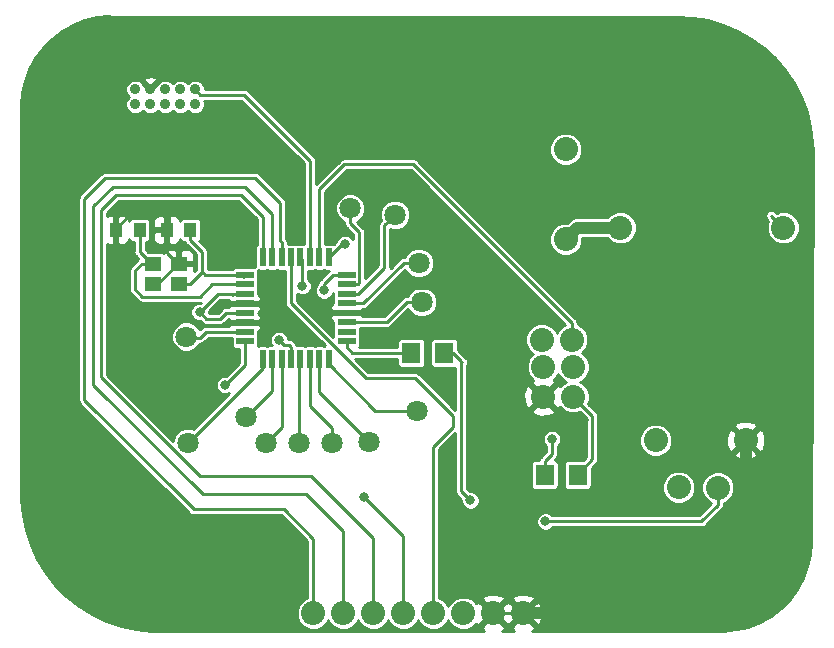
<source format=gbr>
G04 #@! TF.GenerationSoftware,KiCad,Pcbnew,(5.0.2)-1*
G04 #@! TF.CreationDate,2018-12-26T19:39:09+05:30*
G04 #@! TF.ProjectId,Air Pollution,41697220-506f-46c6-9c75-74696f6e2e6b,rev?*
G04 #@! TF.SameCoordinates,Original*
G04 #@! TF.FileFunction,Copper,L2,Bot*
G04 #@! TF.FilePolarity,Positive*
%FSLAX46Y46*%
G04 Gerber Fmt 4.6, Leading zero omitted, Abs format (unit mm)*
G04 Created by KiCad (PCBNEW (5.0.2)-1) date 12/26/2018 7:39:09 PM*
%MOMM*%
%LPD*%
G01*
G04 APERTURE LIST*
G04 #@! TA.AperFunction,ConnectorPad*
%ADD10C,1.800000*%
G04 #@! TD*
G04 #@! TA.AperFunction,ComponentPad*
%ADD11C,2.040000*%
G04 #@! TD*
G04 #@! TA.AperFunction,SMDPad,CuDef*
%ADD12R,1.600000X1.800000*%
G04 #@! TD*
G04 #@! TA.AperFunction,SMDPad,CuDef*
%ADD13R,1.400000X1.200000*%
G04 #@! TD*
G04 #@! TA.AperFunction,ComponentPad*
%ADD14C,0.900000*%
G04 #@! TD*
G04 #@! TA.AperFunction,SMDPad,CuDef*
%ADD15R,1.000000X1.250000*%
G04 #@! TD*
G04 #@! TA.AperFunction,SMDPad,CuDef*
%ADD16R,1.500000X0.550000*%
G04 #@! TD*
G04 #@! TA.AperFunction,SMDPad,CuDef*
%ADD17R,0.550000X1.500000*%
G04 #@! TD*
G04 #@! TA.AperFunction,ViaPad*
%ADD18C,0.800000*%
G04 #@! TD*
G04 #@! TA.AperFunction,Conductor*
%ADD19C,0.250000*%
G04 #@! TD*
G04 #@! TA.AperFunction,Conductor*
%ADD20C,1.016000*%
G04 #@! TD*
G04 #@! TA.AperFunction,Conductor*
%ADD21C,0.254000*%
G04 #@! TD*
G04 APERTURE END LIST*
D10*
G04 #@! TO.P,TP10,1*
G04 #@! TO.N,Net-(TP10-Pad1)*
X119380000Y-91389200D03*
G04 #@! TD*
G04 #@! TO.P,TP12,1*
G04 #@! TO.N,Net-(TP12-Pad1)*
X114325400Y-84556600D03*
G04 #@! TD*
D11*
G04 #@! TO.P,U3,3*
G04 #@! TO.N,GNDREF*
X161671000Y-93345000D03*
G04 #@! TO.P,U3,4*
G04 #@! TO.N,Net-(U3-Pad4)*
X154051000Y-93345000D03*
G04 #@! TO.P,U3,2*
G04 #@! TO.N,Net-(U1-Pad1)*
X151061000Y-75345000D03*
G04 #@! TO.P,U3,1*
G04 #@! TO.N,Net-(R1-Pad2)*
X164861000Y-75345000D03*
G04 #@! TD*
D12*
G04 #@! TO.P,R1,2*
G04 #@! TO.N,Net-(R1-Pad2)*
X136156453Y-85946890D03*
G04 #@! TO.P,R1,1*
G04 #@! TO.N,Net-(R1-Pad1)*
X133356453Y-85946890D03*
G04 #@! TD*
G04 #@! TO.P,R2,1*
G04 #@! TO.N,Net-(R2-Pad1)*
X144650000Y-96266000D03*
G04 #@! TO.P,R2,2*
G04 #@! TO.N,Net-(R2-Pad2)*
X147450000Y-96266000D03*
G04 #@! TD*
D13*
G04 #@! TO.P,U8,1*
G04 #@! TO.N,Net-(C1-Pad2)*
X111472800Y-78398000D03*
G04 #@! TO.P,U8,2*
G04 #@! TO.N,GNDREF*
X113672800Y-78398000D03*
G04 #@! TO.P,U8,3*
G04 #@! TO.N,Net-(C2-Pad2)*
X113672800Y-80098000D03*
G04 #@! TO.P,U8,4*
G04 #@! TO.N,GNDREF*
X111472800Y-80098000D03*
G04 #@! TD*
D11*
G04 #@! TO.P,U1,1*
G04 #@! TO.N,Net-(U1-Pad1)*
X146431000Y-76327000D03*
G04 #@! TO.P,U1,2*
G04 #@! TO.N,Net-(SW1-Pad1)*
X146431000Y-68707000D03*
G04 #@! TD*
D14*
G04 #@! TO.P,U7,9*
G04 #@! TO.N,Net-(U4-Pad14)*
X115062000Y-63627000D03*
G04 #@! TO.P,U7,7*
G04 #@! TO.N,Net-(U7-Pad7)*
X113792000Y-63627000D03*
G04 #@! TO.P,U7,4*
G04 #@! TO.N,Net-(U7-Pad4)*
X111252000Y-64897000D03*
G04 #@! TO.P,U7,1*
G04 #@! TO.N,Net-(U3-Pad4)*
X109982000Y-63627000D03*
G04 #@! TO.P,U7,6*
G04 #@! TO.N,Net-(U7-Pad6)*
X112522000Y-64897000D03*
G04 #@! TO.P,U7,10*
G04 #@! TO.N,Net-(U7-Pad10)*
X115062000Y-64897000D03*
G04 #@! TO.P,U7,3*
G04 #@! TO.N,GNDREF*
X111252000Y-63627000D03*
G04 #@! TO.P,U7,5*
G04 #@! TO.N,Net-(U7-Pad5)*
X112522000Y-63627000D03*
G04 #@! TO.P,U7,2*
G04 #@! TO.N,Net-(U7-Pad2)*
X109982000Y-64897000D03*
G04 #@! TO.P,U7,8*
G04 #@! TO.N,Net-(U7-Pad8)*
X113792000Y-64897000D03*
G04 #@! TD*
D11*
G04 #@! TO.P,U6,1*
G04 #@! TO.N,Net-(U4-Pad16)*
X144399000Y-84821900D03*
G04 #@! TO.P,U6,4*
G04 #@! TO.N,Net-(U4-Pad29)*
X147066000Y-87122000D03*
G04 #@! TO.P,U6,3*
G04 #@! TO.N,Net-(U4-Pad17)*
X144526000Y-87122000D03*
G04 #@! TO.P,U6,2*
G04 #@! TO.N,Net-(U4-Pad15)*
X146939000Y-84821900D03*
G04 #@! TO.P,U6,5*
G04 #@! TO.N,GNDREF*
X144526000Y-89662000D03*
G04 #@! TO.P,U6,6*
G04 #@! TO.N,Net-(R2-Pad2)*
X147066000Y-89662000D03*
G04 #@! TD*
D15*
G04 #@! TO.P,C1,1*
G04 #@! TO.N,GNDREF*
X108356453Y-75532890D03*
G04 #@! TO.P,C1,2*
G04 #@! TO.N,Net-(C1-Pad2)*
X110356453Y-75532890D03*
G04 #@! TD*
G04 #@! TO.P,C2,2*
G04 #@! TO.N,Net-(C2-Pad2)*
X114658453Y-75532890D03*
G04 #@! TO.P,C2,1*
G04 #@! TO.N,GNDREF*
X112658453Y-75532890D03*
G04 #@! TD*
D11*
G04 #@! TO.P,SW1,2*
G04 #@! TO.N,Net-(R1-Pad2)*
X159321500Y-97358200D03*
G04 #@! TO.P,SW1,1*
G04 #@! TO.N,Net-(SW1-Pad1)*
X156006800Y-97332800D03*
G04 #@! TD*
D10*
G04 #@! TO.P,TP1,1*
G04 #@! TO.N,Net-(TP1-Pad1)*
X133994453Y-78326890D03*
G04 #@! TD*
G04 #@! TO.P,TP2,1*
G04 #@! TO.N,Net-(TP2-Pad1)*
X131987853Y-74237490D03*
G04 #@! TD*
G04 #@! TO.P,TP3,1*
G04 #@! TO.N,Net-(TP3-Pad1)*
X134248453Y-81628890D03*
G04 #@! TD*
G04 #@! TO.P,TP4,1*
G04 #@! TO.N,Net-(TP4-Pad1)*
X128203253Y-73704090D03*
G04 #@! TD*
G04 #@! TO.P,TP5,1*
G04 #@! TO.N,Net-(TP5-Pad1)*
X133883400Y-90843100D03*
G04 #@! TD*
G04 #@! TO.P,TP6,1*
G04 #@! TO.N,Net-(TP6-Pad1)*
X129819400Y-93510100D03*
G04 #@! TD*
G04 #@! TO.P,TP7,1*
G04 #@! TO.N,Net-(TP7-Pad1)*
X126653853Y-93541490D03*
G04 #@! TD*
G04 #@! TO.P,TP8,1*
G04 #@! TO.N,Net-(TP8-Pad1)*
X123859853Y-93541490D03*
G04 #@! TD*
G04 #@! TO.P,TP9,1*
G04 #@! TO.N,Net-(TP9-Pad1)*
X121065853Y-93541490D03*
G04 #@! TD*
G04 #@! TO.P,TP11,1*
G04 #@! TO.N,Net-(TP11-Pad1)*
X114461853Y-93541490D03*
G04 #@! TD*
D16*
G04 #@! TO.P,U4,1*
G04 #@! TO.N,Net-(R2-Pad1)*
X119280453Y-84936890D03*
G04 #@! TO.P,U4,2*
G04 #@! TO.N,Net-(TP12-Pad1)*
X119280453Y-84136890D03*
G04 #@! TO.P,U4,3*
G04 #@! TO.N,GNDREF*
X119280453Y-83336890D03*
G04 #@! TO.P,U4,4*
G04 #@! TO.N,Net-(U3-Pad4)*
X119280453Y-82536890D03*
G04 #@! TO.P,U4,5*
G04 #@! TO.N,GNDREF*
X119280453Y-81736890D03*
G04 #@! TO.P,U4,6*
G04 #@! TO.N,Net-(U3-Pad4)*
X119280453Y-80936890D03*
G04 #@! TO.P,U4,7*
G04 #@! TO.N,Net-(C1-Pad2)*
X119280453Y-80136890D03*
G04 #@! TO.P,U4,8*
G04 #@! TO.N,Net-(C2-Pad2)*
X119280453Y-79336890D03*
D17*
G04 #@! TO.P,U4,9*
G04 #@! TO.N,Net-(U4-Pad9)*
X120780453Y-77836890D03*
G04 #@! TO.P,U4,10*
G04 #@! TO.N,Net-(U4-Pad10)*
X121580453Y-77836890D03*
G04 #@! TO.P,U4,11*
G04 #@! TO.N,Net-(U4-Pad11)*
X122380453Y-77836890D03*
G04 #@! TO.P,U4,12*
G04 #@! TO.N,Net-(U4-Pad12)*
X123180453Y-77836890D03*
G04 #@! TO.P,U4,13*
G04 #@! TO.N,Net-(U4-Pad13)*
X123980453Y-77836890D03*
G04 #@! TO.P,U4,14*
G04 #@! TO.N,Net-(U4-Pad14)*
X124780453Y-77836890D03*
G04 #@! TO.P,U4,15*
G04 #@! TO.N,Net-(U4-Pad15)*
X125580453Y-77836890D03*
G04 #@! TO.P,U4,16*
G04 #@! TO.N,Net-(U4-Pad16)*
X126380453Y-77836890D03*
D16*
G04 #@! TO.P,U4,17*
G04 #@! TO.N,Net-(U4-Pad17)*
X127880453Y-79336890D03*
G04 #@! TO.P,U4,18*
G04 #@! TO.N,Net-(TP4-Pad1)*
X127880453Y-80136890D03*
G04 #@! TO.P,U4,19*
G04 #@! TO.N,Net-(TP2-Pad1)*
X127880453Y-80936890D03*
G04 #@! TO.P,U4,20*
G04 #@! TO.N,Net-(TP1-Pad1)*
X127880453Y-81736890D03*
G04 #@! TO.P,U4,21*
G04 #@! TO.N,GNDREF*
X127880453Y-82536890D03*
G04 #@! TO.P,U4,22*
G04 #@! TO.N,Net-(TP3-Pad1)*
X127880453Y-83336890D03*
G04 #@! TO.P,U4,23*
G04 #@! TO.N,Net-(U4-Pad23)*
X127880453Y-84136890D03*
G04 #@! TO.P,U4,24*
G04 #@! TO.N,Net-(R1-Pad1)*
X127880453Y-84936890D03*
D17*
G04 #@! TO.P,U4,25*
G04 #@! TO.N,Net-(TP5-Pad1)*
X126380453Y-86436890D03*
G04 #@! TO.P,U4,26*
G04 #@! TO.N,Net-(TP6-Pad1)*
X125580453Y-86436890D03*
G04 #@! TO.P,U4,27*
G04 #@! TO.N,Net-(TP7-Pad1)*
X124780453Y-86436890D03*
G04 #@! TO.P,U4,28*
G04 #@! TO.N,Net-(TP8-Pad1)*
X123980453Y-86436890D03*
G04 #@! TO.P,U4,29*
G04 #@! TO.N,Net-(U4-Pad29)*
X123180453Y-86436890D03*
G04 #@! TO.P,U4,30*
G04 #@! TO.N,Net-(TP9-Pad1)*
X122380453Y-86436890D03*
G04 #@! TO.P,U4,31*
G04 #@! TO.N,Net-(TP10-Pad1)*
X121580453Y-86436890D03*
G04 #@! TO.P,U4,32*
G04 #@! TO.N,Net-(TP11-Pad1)*
X120780453Y-86436890D03*
G04 #@! TD*
D11*
G04 #@! TO.P,U5,1*
G04 #@! TO.N,Net-(U4-Pad11)*
X125064000Y-107982000D03*
G04 #@! TO.P,U5,2*
G04 #@! TO.N,Net-(U4-Pad10)*
X127604000Y-107982000D03*
G04 #@! TO.P,U5,3*
G04 #@! TO.N,Net-(U4-Pad9)*
X130144000Y-107982000D03*
G04 #@! TO.P,U5,4*
G04 #@! TO.N,Net-(U4-Pad13)*
X132684000Y-107982000D03*
G04 #@! TO.P,U5,5*
G04 #@! TO.N,Net-(U4-Pad12)*
X135224000Y-107982000D03*
G04 #@! TO.P,U5,6*
G04 #@! TO.N,Net-(U3-Pad4)*
X137764000Y-107982000D03*
G04 #@! TO.P,U5,7*
G04 #@! TO.N,GNDREF*
X140304000Y-107982000D03*
G04 #@! TO.P,U5,8*
X142844000Y-107982000D03*
G04 #@! TD*
D18*
G04 #@! TO.N,GNDREF*
X112458500Y-73533000D03*
X147955000Y-91630500D03*
X122936000Y-83312000D03*
X125476000Y-82804000D03*
G04 #@! TO.N,Net-(R1-Pad2)*
X144716500Y-100203000D03*
X138366500Y-98425000D03*
G04 #@! TO.N,Net-(U4-Pad13)*
X129349500Y-98107500D03*
X124142500Y-80264000D03*
G04 #@! TO.N,Net-(U4-Pad16)*
X127762000Y-76708000D03*
G04 #@! TO.N,Net-(U4-Pad17)*
X125984000Y-80645000D03*
G04 #@! TO.N,Net-(U4-Pad29)*
X122174000Y-84836000D03*
G04 #@! TO.N,Net-(U3-Pad4)*
X115443000Y-82486500D03*
G04 #@! TO.N,Net-(R2-Pad1)*
X117602000Y-88646000D03*
X145288000Y-93218000D03*
G04 #@! TD*
D19*
G04 #@! TO.N,GNDREF*
X141746497Y-107982000D02*
X142844000Y-107982000D01*
X140304000Y-107982000D02*
X141746497Y-107982000D01*
X112458500Y-75332937D02*
X112658453Y-75532890D01*
X108356453Y-75407890D02*
X108356453Y-75532890D01*
X146494500Y-91630500D02*
X144526000Y-89662000D01*
X147955000Y-91630500D02*
X146494500Y-91630500D01*
D20*
X161671000Y-93345000D02*
X161671000Y-101473000D01*
X161671000Y-101473000D02*
X155162000Y-107982000D01*
D19*
X127867343Y-82550000D02*
X127880453Y-82536890D01*
X122936000Y-83312000D02*
X122936000Y-83312000D01*
X127747564Y-82404001D02*
X127880453Y-82536890D01*
X125875999Y-82404001D02*
X127747564Y-82404001D01*
X125476000Y-82804000D02*
X125875999Y-82404001D01*
D20*
X155162000Y-107982000D02*
X150114000Y-107982000D01*
D19*
X147574000Y-107982000D02*
X146590000Y-107982000D01*
D20*
X147574000Y-107982000D02*
X142844000Y-107982000D01*
X150114000Y-107982000D02*
X147574000Y-107982000D01*
D19*
X142844000Y-104236000D02*
X142844000Y-102362000D01*
X146590000Y-107982000D02*
X142844000Y-104236000D01*
X142844000Y-104140000D02*
X142844000Y-102362000D01*
X142844000Y-102362000D02*
X142844000Y-95758000D01*
X109939616Y-73932999D02*
X109885480Y-73878863D01*
X112458500Y-73533000D02*
X112058501Y-73932999D01*
X109885480Y-73878863D02*
X108356453Y-75407890D01*
X112658453Y-75407890D02*
X112658453Y-75532890D01*
X111368840Y-73932999D02*
X111368840Y-74118277D01*
X111368840Y-73932999D02*
X109939616Y-73932999D01*
X112058501Y-73932999D02*
X111368840Y-73932999D01*
X120280453Y-81736890D02*
X120290923Y-81747360D01*
X119280453Y-81736890D02*
X120280453Y-81736890D01*
X120280453Y-83336890D02*
X120646723Y-83703160D01*
X119280453Y-83336890D02*
X120280453Y-83336890D01*
X121430999Y-83711999D02*
X121422160Y-83703160D01*
X122536001Y-83711999D02*
X121430999Y-83711999D01*
X122936000Y-83312000D02*
X122536001Y-83711999D01*
X120646723Y-83703160D02*
X121422160Y-83703160D01*
X121422160Y-83703160D02*
X121518680Y-83703160D01*
X122536001Y-82912001D02*
X121845121Y-82912001D01*
X122936000Y-83312000D02*
X122536001Y-82912001D01*
X120670010Y-81736890D02*
X119280453Y-81736890D01*
X121845121Y-82912001D02*
X120670010Y-81736890D01*
X112858499Y-73932999D02*
X112858499Y-74872901D01*
X112458500Y-73533000D02*
X112858499Y-73932999D01*
X112658453Y-75072947D02*
X112658453Y-75532890D01*
X112858499Y-74872901D02*
X112658453Y-75072947D01*
X142844000Y-91344000D02*
X144526000Y-89662000D01*
X140970000Y-83566000D02*
X140970000Y-85090000D01*
X140970000Y-89662000D02*
X140970000Y-85090000D01*
X137807889Y-80403889D02*
X140970000Y-83566000D01*
X131281072Y-80403889D02*
X137807889Y-80403889D01*
X129148071Y-82536890D02*
X131281072Y-80403889D01*
X142844000Y-95758000D02*
X142844000Y-91344000D01*
X127880453Y-82536890D02*
X129148071Y-82536890D01*
X142844000Y-91536000D02*
X140970000Y-89662000D01*
X111872800Y-80098000D02*
X113572800Y-78398000D01*
X111472800Y-80098000D02*
X111872800Y-80098000D01*
X113572800Y-78398000D02*
X113672800Y-78398000D01*
X112658453Y-77483653D02*
X113572800Y-78398000D01*
X112658453Y-75532890D02*
X112658453Y-77483653D01*
G04 #@! TO.N,Net-(C1-Pad2)*
X111372800Y-78398000D02*
X111472800Y-78398000D01*
X110356453Y-77381653D02*
X111372800Y-78398000D01*
X110356453Y-75532890D02*
X110356453Y-77381653D01*
X110522800Y-78398000D02*
X109982000Y-78938800D01*
X111472800Y-78398000D02*
X110522800Y-78398000D01*
X109982000Y-78938800D02*
X109982000Y-80568800D01*
X109982000Y-80568800D02*
X110591600Y-81178400D01*
X115442890Y-81178400D02*
X116484400Y-80136890D01*
X110591600Y-81178400D02*
X115442890Y-81178400D01*
X116484400Y-80136890D02*
X119280453Y-80136890D01*
G04 #@! TO.N,Net-(C2-Pad2)*
X119108453Y-79508890D02*
X119280453Y-79336890D01*
X114622800Y-80098000D02*
X113672800Y-80098000D01*
X115618963Y-79101837D02*
X114622800Y-80098000D01*
X114658453Y-75532890D02*
X114658453Y-76407890D01*
X114658453Y-76407890D02*
X115618963Y-77368400D01*
X115911053Y-79336890D02*
X115618963Y-79044800D01*
X119280453Y-79336890D02*
X115911053Y-79336890D01*
X115618963Y-77368400D02*
X115618963Y-79044800D01*
X115618963Y-79044800D02*
X115618963Y-79101837D01*
G04 #@! TO.N,Net-(R1-Pad1)*
X127880453Y-85461890D02*
X127880453Y-84936890D01*
X128365453Y-85946890D02*
X127880453Y-85461890D01*
X133356453Y-85946890D02*
X128365453Y-85946890D01*
G04 #@! TO.N,Net-(R1-Pad2)*
X164861000Y-75345000D02*
X163841001Y-74325001D01*
X159321500Y-98800697D02*
X157919197Y-100203000D01*
X159321500Y-97358200D02*
X159321500Y-98800697D01*
X157919197Y-100203000D02*
X144716500Y-100203000D01*
X144716500Y-100203000D02*
X144716500Y-100203000D01*
X138366500Y-98425000D02*
X138366500Y-98425000D01*
X137596880Y-97655380D02*
X138366500Y-98425000D01*
X137647680Y-86695280D02*
X137596880Y-86746080D01*
X136156453Y-85946890D02*
X136899290Y-85946890D01*
X137596880Y-86662317D02*
X137596880Y-86979760D01*
X136881453Y-85946890D02*
X137596880Y-86662317D01*
X136156453Y-85946890D02*
X136881453Y-85946890D01*
X137596880Y-86746080D02*
X137596880Y-86979760D01*
X137596880Y-86979760D02*
X137596880Y-97655380D01*
G04 #@! TO.N,Net-(TP1-Pad1)*
X128880453Y-81736890D02*
X127880453Y-81736890D01*
X129311661Y-81736890D02*
X128880453Y-81736890D01*
X132721661Y-78326890D02*
X129311661Y-81736890D01*
X133994453Y-78326890D02*
X132721661Y-78326890D01*
G04 #@! TO.N,Net-(TP2-Pad1)*
X128880453Y-80936890D02*
X127880453Y-80936890D01*
X131087854Y-78729489D02*
X128880453Y-80936890D01*
X131087854Y-75137489D02*
X131087854Y-78729489D01*
X131987853Y-74237490D02*
X131087854Y-75137489D01*
G04 #@! TO.N,Net-(TP3-Pad1)*
X128880453Y-83336890D02*
X127880453Y-83336890D01*
X131267661Y-83336890D02*
X128880453Y-83336890D01*
X132975661Y-81628890D02*
X131267661Y-83336890D01*
X134248453Y-81628890D02*
X132975661Y-81628890D01*
G04 #@! TO.N,Net-(TP4-Pad1)*
X128880453Y-80136890D02*
X127880453Y-80136890D01*
X128955454Y-80061889D02*
X128880453Y-80136890D01*
X128955454Y-75729083D02*
X128955454Y-80061889D01*
X128203253Y-74976882D02*
X128955454Y-75729083D01*
X128203253Y-73704090D02*
X128203253Y-74976882D01*
G04 #@! TO.N,Net-(TP5-Pad1)*
X126380453Y-86911890D02*
X126380453Y-86436890D01*
X130311663Y-90843100D02*
X126380453Y-86911890D01*
X133883400Y-90843100D02*
X130311663Y-90843100D01*
G04 #@! TO.N,Net-(TP6-Pad1)*
X125580453Y-89271153D02*
X125580453Y-86436890D01*
X129819400Y-93510100D02*
X125580453Y-89271153D01*
G04 #@! TO.N,Net-(TP7-Pad1)*
X124780453Y-87436890D02*
X124780453Y-86436890D01*
X124780453Y-90395298D02*
X124780453Y-87436890D01*
X126653853Y-92268698D02*
X124780453Y-90395298D01*
X126653853Y-93541490D02*
X126653853Y-92268698D01*
G04 #@! TO.N,Net-(TP8-Pad1)*
X123859853Y-86557490D02*
X123980453Y-86436890D01*
X123859853Y-93541490D02*
X123859853Y-86557490D01*
G04 #@! TO.N,Net-(TP9-Pad1)*
X122380453Y-92226890D02*
X122380453Y-86436890D01*
X121065853Y-93541490D02*
X122380453Y-92226890D01*
G04 #@! TO.N,Net-(TP10-Pad1)*
X121580453Y-89188747D02*
X119380000Y-91389200D01*
X121580453Y-86436890D02*
X121580453Y-89188747D01*
G04 #@! TO.N,Net-(TP11-Pad1)*
X114461853Y-93541490D02*
X115361852Y-92641491D01*
X120780453Y-86436890D02*
X120780453Y-86911890D01*
X120780453Y-87222890D02*
X120780453Y-86436890D01*
X114461853Y-93541490D02*
X120780453Y-87222890D01*
G04 #@! TO.N,Net-(TP12-Pad1)*
X118280453Y-84136890D02*
X119280453Y-84136890D01*
X115995245Y-84136890D02*
X118280453Y-84136890D01*
X115480645Y-84651490D02*
X115995245Y-84136890D01*
X114207853Y-84651490D02*
X115480645Y-84651490D01*
D20*
G04 #@! TO.N,Net-(U1-Pad1)*
X147413000Y-75345000D02*
X146431000Y-76327000D01*
X151061000Y-75345000D02*
X147413000Y-75345000D01*
D19*
G04 #@! TO.N,Net-(U4-Pad9)*
X130144000Y-107982000D02*
X130144000Y-106539503D01*
X122110500Y-96329500D02*
X122110500Y-96329500D01*
X120780453Y-74425453D02*
X120780453Y-77836890D01*
X118935500Y-72580500D02*
X120780453Y-74425453D01*
X108394500Y-72580500D02*
X118935500Y-72580500D01*
X130144000Y-107982000D02*
X130144000Y-101632500D01*
X130144000Y-101632500D02*
X124841000Y-96329500D01*
X124841000Y-96329500D02*
X115436861Y-96329500D01*
X115436861Y-96329500D02*
X107124500Y-88017139D01*
X107124500Y-88017139D02*
X107124500Y-73850500D01*
X107124500Y-73850500D02*
X108394500Y-72580500D01*
G04 #@! TO.N,Net-(U4-Pad10)*
X121580453Y-77836890D02*
X121580453Y-76836890D01*
X127604000Y-107982000D02*
X127604000Y-106539503D01*
X127604000Y-106539503D02*
X127571500Y-106507003D01*
X127571500Y-106507003D02*
X127571500Y-101028500D01*
X127571500Y-101028500D02*
X124460000Y-97917000D01*
X124460000Y-97917000D02*
X115697000Y-97917000D01*
X115697000Y-97917000D02*
X106426000Y-88646000D01*
X106426000Y-88646000D02*
X106426000Y-73533000D01*
X106426000Y-73533000D02*
X108077000Y-71882000D01*
X108077000Y-71882000D02*
X119316500Y-71882000D01*
X121580453Y-74145953D02*
X121580453Y-77836890D01*
X119316500Y-71882000D02*
X121580453Y-74145953D01*
G04 #@! TO.N,Net-(U4-Pad11)*
X125064000Y-107982000D02*
X125064000Y-106539503D01*
X125064000Y-107982000D02*
X125064000Y-101694500D01*
X125064000Y-101694500D02*
X122556500Y-99187000D01*
X122556500Y-99187000D02*
X114935000Y-99187000D01*
X114935000Y-99187000D02*
X113665000Y-97917000D01*
X113665000Y-97917000D02*
X105664000Y-89916000D01*
X105664000Y-89916000D02*
X105664000Y-72898000D01*
X105664000Y-72898000D02*
X107442000Y-71120000D01*
X107442000Y-71120000D02*
X120142000Y-71120000D01*
X120142000Y-71120000D02*
X120205500Y-71120000D01*
X120142000Y-71120000D02*
X122237500Y-73215500D01*
X122380453Y-76836890D02*
X122380453Y-77836890D01*
X122380453Y-76575386D02*
X122380453Y-76836890D01*
X122237500Y-76432433D02*
X122380453Y-76575386D01*
X122237500Y-73215500D02*
X122237500Y-76432433D01*
G04 #@! TO.N,Net-(U4-Pad12)*
X123180453Y-81736890D02*
X123180453Y-77836890D01*
X135224000Y-93884000D02*
X136906000Y-92202000D01*
X135224000Y-107982000D02*
X135224000Y-93884000D01*
X136906000Y-92202000D02*
X136906000Y-91313000D01*
X136906000Y-91313000D02*
X133667500Y-88074500D01*
X133667500Y-88074500D02*
X129518063Y-88074500D01*
X129518063Y-88074500D02*
X123180453Y-81736890D01*
G04 #@! TO.N,Net-(U4-Pad13)*
X132684000Y-107982000D02*
X132684000Y-101442000D01*
X132684000Y-101442000D02*
X129349500Y-98107500D01*
X129349500Y-98107500D02*
X129349500Y-98107500D01*
X124142500Y-77998937D02*
X123980453Y-77836890D01*
X124142500Y-80264000D02*
X124142500Y-77998937D01*
G04 #@! TO.N,Net-(U4-Pad14)*
X115511999Y-64076999D02*
X119194999Y-64076999D01*
X115062000Y-63627000D02*
X115511999Y-64076999D01*
X124780453Y-69662453D02*
X124780453Y-77836890D01*
X119194999Y-64076999D02*
X124780453Y-69662453D01*
G04 #@! TO.N,Net-(U4-Pad15)*
X125580453Y-72095047D02*
X125580453Y-77836890D01*
X127698500Y-69977000D02*
X125580453Y-72095047D01*
X133536597Y-69977000D02*
X127698500Y-69977000D01*
X146939000Y-84821900D02*
X146939000Y-83379403D01*
X146939000Y-83379403D02*
X133536597Y-69977000D01*
G04 #@! TO.N,Net-(U4-Pad16)*
X127509343Y-76708000D02*
X126380453Y-77836890D01*
X127762000Y-76708000D02*
X127509343Y-76708000D01*
G04 #@! TO.N,Net-(U4-Pad17)*
X126880453Y-79336890D02*
X127880453Y-79336890D01*
X126726425Y-79336890D02*
X126880453Y-79336890D01*
X125984000Y-80079315D02*
X125978920Y-80074235D01*
X125984000Y-80645000D02*
X125984000Y-80079315D01*
X125989080Y-80074235D02*
X126726425Y-79336890D01*
X125978920Y-80074235D02*
X125989080Y-80074235D01*
G04 #@! TO.N,Net-(U4-Pad29)*
X123126500Y-86382937D02*
X123180453Y-86436890D01*
X123180453Y-85436890D02*
X123180453Y-86436890D01*
X122979562Y-85235999D02*
X123180453Y-85436890D01*
X122573999Y-85235999D02*
X122979562Y-85235999D01*
X122174000Y-84836000D02*
X122573999Y-85235999D01*
G04 #@! TO.N,Net-(U3-Pad4)*
X119230063Y-82486500D02*
X119280453Y-82536890D01*
X118280453Y-80936890D02*
X118205452Y-81011891D01*
X116992610Y-80936890D02*
X118618000Y-80936890D01*
X115443000Y-82486500D02*
X116992610Y-80936890D01*
X119280453Y-80936890D02*
X118618000Y-80936890D01*
X118618000Y-80936890D02*
X118280453Y-80936890D01*
X115493390Y-82536890D02*
X115443000Y-82486500D01*
X115443000Y-82486500D02*
X116019580Y-83063080D01*
X116019580Y-83063080D02*
X117175280Y-83063080D01*
X117701470Y-82536890D02*
X119280453Y-82536890D01*
X117175280Y-83063080D02*
X117701470Y-82536890D01*
G04 #@! TO.N,Net-(R2-Pad2)*
X147450000Y-96166000D02*
X147450000Y-96266000D01*
X148680001Y-94935999D02*
X147450000Y-96166000D01*
X148680001Y-91276001D02*
X148680001Y-94935999D01*
X147066000Y-89662000D02*
X148680001Y-91276001D01*
G04 #@! TO.N,Net-(R2-Pad1)*
X119280453Y-86967547D02*
X117602000Y-88646000D01*
X119280453Y-84936890D02*
X119280453Y-86967547D01*
X144650000Y-95116000D02*
X145288000Y-94478000D01*
X144650000Y-96266000D02*
X144650000Y-95116000D01*
X145288000Y-94478000D02*
X145288000Y-93218000D01*
X145288000Y-93218000D02*
X145288000Y-93218000D01*
G04 #@! TD*
D21*
G04 #@! TO.N,GNDREF*
G36*
X107851828Y-57463000D02*
X155804897Y-57463000D01*
X155811641Y-57463996D01*
X155826712Y-57465102D01*
X157176975Y-57542958D01*
X158482037Y-57770727D01*
X159752258Y-58146984D01*
X160970813Y-58666742D01*
X162121560Y-59323115D01*
X163189234Y-60107400D01*
X164159696Y-61009208D01*
X165020069Y-62016574D01*
X165758959Y-63116159D01*
X166366569Y-64293382D01*
X166834846Y-65532643D01*
X167157580Y-66817500D01*
X167331158Y-68135955D01*
X167356095Y-68816031D01*
X167344436Y-68873198D01*
X167184177Y-101949842D01*
X167188344Y-101971332D01*
X167118784Y-102962934D01*
X166895170Y-104004881D01*
X166526974Y-105004929D01*
X166021549Y-105943110D01*
X165388970Y-106800725D01*
X164641864Y-107560650D01*
X163795134Y-108207728D01*
X162865684Y-108729042D01*
X161872049Y-109114195D01*
X160834065Y-109355501D01*
X159758162Y-109449392D01*
X159595792Y-109450206D01*
X159595676Y-109450215D01*
X143620364Y-109463461D01*
X143730284Y-109417931D01*
X143831395Y-109149001D01*
X142844000Y-108161605D01*
X141856605Y-109149001D01*
X141957716Y-109417931D01*
X142083344Y-109464736D01*
X141075269Y-109465572D01*
X141190284Y-109417931D01*
X141291395Y-109149001D01*
X140304000Y-108161605D01*
X139316605Y-109149001D01*
X139417716Y-109417931D01*
X139548984Y-109466837D01*
X111420630Y-109490161D01*
X111417265Y-109489519D01*
X111402254Y-109487782D01*
X110056427Y-109353450D01*
X108762061Y-109071234D01*
X107508708Y-108642114D01*
X106312973Y-108071779D01*
X105190735Y-107367799D01*
X104156835Y-106539490D01*
X103224992Y-105597839D01*
X102407556Y-104555323D01*
X101715360Y-103425762D01*
X101157583Y-102224136D01*
X100741609Y-100966347D01*
X100472963Y-99669102D01*
X100354300Y-98339508D01*
X100350145Y-98075035D01*
X100357000Y-98040573D01*
X100357000Y-72898000D01*
X105148087Y-72898000D01*
X105158001Y-72947839D01*
X105158000Y-89866166D01*
X105148087Y-89916000D01*
X105158000Y-89965834D01*
X105187359Y-90113430D01*
X105299194Y-90280806D01*
X105341448Y-90309039D01*
X113342442Y-98310034D01*
X113342445Y-98310036D01*
X114541963Y-99509555D01*
X114570194Y-99551806D01*
X114737569Y-99663641D01*
X114885165Y-99693000D01*
X114934999Y-99702913D01*
X114984833Y-99693000D01*
X122346909Y-99693000D01*
X124558001Y-101904094D01*
X124558000Y-106675161D01*
X124270397Y-106794290D01*
X123876290Y-107188397D01*
X123663000Y-107703324D01*
X123663000Y-108260676D01*
X123876290Y-108775603D01*
X124270397Y-109169710D01*
X124785324Y-109383000D01*
X125342676Y-109383000D01*
X125857603Y-109169710D01*
X126251710Y-108775603D01*
X126334000Y-108576938D01*
X126416290Y-108775603D01*
X126810397Y-109169710D01*
X127325324Y-109383000D01*
X127882676Y-109383000D01*
X128397603Y-109169710D01*
X128791710Y-108775603D01*
X128874000Y-108576938D01*
X128956290Y-108775603D01*
X129350397Y-109169710D01*
X129865324Y-109383000D01*
X130422676Y-109383000D01*
X130937603Y-109169710D01*
X131331710Y-108775603D01*
X131414000Y-108576938D01*
X131496290Y-108775603D01*
X131890397Y-109169710D01*
X132405324Y-109383000D01*
X132962676Y-109383000D01*
X133477603Y-109169710D01*
X133871710Y-108775603D01*
X133954000Y-108576938D01*
X134036290Y-108775603D01*
X134430397Y-109169710D01*
X134945324Y-109383000D01*
X135502676Y-109383000D01*
X136017603Y-109169710D01*
X136411710Y-108775603D01*
X136494000Y-108576938D01*
X136576290Y-108775603D01*
X136970397Y-109169710D01*
X137485324Y-109383000D01*
X138042676Y-109383000D01*
X138557603Y-109169710D01*
X138865421Y-108861892D01*
X138868069Y-108868284D01*
X139136999Y-108969395D01*
X140124395Y-107982000D01*
X140483605Y-107982000D01*
X141471001Y-108969395D01*
X141574000Y-108930670D01*
X141676999Y-108969395D01*
X142664395Y-107982000D01*
X143023605Y-107982000D01*
X144011001Y-108969395D01*
X144279931Y-108868284D01*
X144509794Y-108251313D01*
X144486054Y-107593341D01*
X144279931Y-107095716D01*
X144011001Y-106994605D01*
X143023605Y-107982000D01*
X142664395Y-107982000D01*
X141676999Y-106994605D01*
X141574000Y-107033330D01*
X141471001Y-106994605D01*
X140483605Y-107982000D01*
X140124395Y-107982000D01*
X139136999Y-106994605D01*
X138868069Y-107095716D01*
X138865615Y-107102302D01*
X138578312Y-106814999D01*
X139316605Y-106814999D01*
X140304000Y-107802395D01*
X141291395Y-106814999D01*
X141856605Y-106814999D01*
X142844000Y-107802395D01*
X143831395Y-106814999D01*
X143730284Y-106546069D01*
X143113313Y-106316206D01*
X142455341Y-106339946D01*
X141957716Y-106546069D01*
X141856605Y-106814999D01*
X141291395Y-106814999D01*
X141190284Y-106546069D01*
X140573313Y-106316206D01*
X139915341Y-106339946D01*
X139417716Y-106546069D01*
X139316605Y-106814999D01*
X138578312Y-106814999D01*
X138557603Y-106794290D01*
X138042676Y-106581000D01*
X137485324Y-106581000D01*
X136970397Y-106794290D01*
X136576290Y-107188397D01*
X136494000Y-107387062D01*
X136411710Y-107188397D01*
X136017603Y-106794290D01*
X135730000Y-106675161D01*
X135730000Y-100047649D01*
X143935500Y-100047649D01*
X143935500Y-100358351D01*
X144054400Y-100645401D01*
X144274099Y-100865100D01*
X144561149Y-100984000D01*
X144871851Y-100984000D01*
X145158901Y-100865100D01*
X145315001Y-100709000D01*
X157869363Y-100709000D01*
X157919197Y-100718913D01*
X157969031Y-100709000D01*
X157969032Y-100709000D01*
X158116628Y-100679641D01*
X158284003Y-100567806D01*
X158312236Y-100525553D01*
X159644055Y-99193734D01*
X159686306Y-99165503D01*
X159798141Y-98998128D01*
X159827500Y-98850532D01*
X159827500Y-98850531D01*
X159837413Y-98800697D01*
X159827500Y-98750863D01*
X159827500Y-98665039D01*
X160115103Y-98545910D01*
X160509210Y-98151803D01*
X160722500Y-97636876D01*
X160722500Y-97079524D01*
X160509210Y-96564597D01*
X160115103Y-96170490D01*
X159600176Y-95957200D01*
X159042824Y-95957200D01*
X158527897Y-96170490D01*
X158133790Y-96564597D01*
X157920500Y-97079524D01*
X157920500Y-97636876D01*
X158133790Y-98151803D01*
X158527897Y-98545910D01*
X158763221Y-98643384D01*
X157709606Y-99697000D01*
X145315001Y-99697000D01*
X145158901Y-99540900D01*
X144871851Y-99422000D01*
X144561149Y-99422000D01*
X144274099Y-99540900D01*
X144054400Y-99760599D01*
X143935500Y-100047649D01*
X135730000Y-100047649D01*
X135730000Y-94093591D01*
X137090881Y-92732711D01*
X137090881Y-97605541D01*
X137080967Y-97655380D01*
X137098336Y-97742694D01*
X137120240Y-97852811D01*
X137232075Y-98020186D01*
X137274325Y-98048416D01*
X137585500Y-98359591D01*
X137585500Y-98580351D01*
X137704400Y-98867401D01*
X137924099Y-99087100D01*
X138211149Y-99206000D01*
X138521851Y-99206000D01*
X138808901Y-99087100D01*
X139028600Y-98867401D01*
X139147500Y-98580351D01*
X139147500Y-98269649D01*
X139028600Y-97982599D01*
X138808901Y-97762900D01*
X138521851Y-97644000D01*
X138301091Y-97644000D01*
X138102880Y-97445789D01*
X138102880Y-95366000D01*
X143461536Y-95366000D01*
X143461536Y-97166000D01*
X143491106Y-97314659D01*
X143575314Y-97440686D01*
X143701341Y-97524894D01*
X143850000Y-97554464D01*
X145450000Y-97554464D01*
X145598659Y-97524894D01*
X145724686Y-97440686D01*
X145808894Y-97314659D01*
X145838464Y-97166000D01*
X145838464Y-95366000D01*
X145808894Y-95217341D01*
X145724686Y-95091314D01*
X145598659Y-95007106D01*
X145495087Y-94986504D01*
X145610556Y-94871036D01*
X145652806Y-94842806D01*
X145764641Y-94675431D01*
X145794000Y-94527835D01*
X145794000Y-94527834D01*
X145803913Y-94478001D01*
X145794000Y-94428167D01*
X145794000Y-93816501D01*
X145950100Y-93660401D01*
X146069000Y-93373351D01*
X146069000Y-93062649D01*
X145950100Y-92775599D01*
X145730401Y-92555900D01*
X145443351Y-92437000D01*
X145132649Y-92437000D01*
X144845599Y-92555900D01*
X144625900Y-92775599D01*
X144507000Y-93062649D01*
X144507000Y-93373351D01*
X144625900Y-93660401D01*
X144782001Y-93816502D01*
X144782000Y-94268408D01*
X144327445Y-94722964D01*
X144285195Y-94751194D01*
X144223983Y-94842806D01*
X144173360Y-94918569D01*
X144161630Y-94977536D01*
X143850000Y-94977536D01*
X143701341Y-95007106D01*
X143575314Y-95091314D01*
X143491106Y-95217341D01*
X143461536Y-95366000D01*
X138102880Y-95366000D01*
X138102880Y-90829001D01*
X143538605Y-90829001D01*
X143639716Y-91097931D01*
X144256687Y-91327794D01*
X144914659Y-91304054D01*
X145412284Y-91097931D01*
X145513395Y-90829001D01*
X144526000Y-89841605D01*
X143538605Y-90829001D01*
X138102880Y-90829001D01*
X138102880Y-89392687D01*
X142860206Y-89392687D01*
X142883946Y-90050659D01*
X143090069Y-90548284D01*
X143358999Y-90649395D01*
X144346395Y-89662000D01*
X143358999Y-88674605D01*
X143090069Y-88775716D01*
X142860206Y-89392687D01*
X138102880Y-89392687D01*
X138102880Y-86924798D01*
X138124320Y-86892711D01*
X138163593Y-86695281D01*
X138124320Y-86497849D01*
X138012485Y-86330475D01*
X137916488Y-86266332D01*
X137344917Y-85694763D01*
X137344917Y-85046890D01*
X137315347Y-84898231D01*
X137231139Y-84772204D01*
X137105112Y-84687996D01*
X136956453Y-84658426D01*
X135356453Y-84658426D01*
X135207794Y-84687996D01*
X135081767Y-84772204D01*
X134997559Y-84898231D01*
X134967989Y-85046890D01*
X134967989Y-86846890D01*
X134997559Y-86995549D01*
X135081767Y-87121576D01*
X135207794Y-87205784D01*
X135356453Y-87235354D01*
X136956453Y-87235354D01*
X137090880Y-87208615D01*
X137090880Y-90782288D01*
X134060539Y-87751948D01*
X134032306Y-87709694D01*
X133864931Y-87597859D01*
X133717335Y-87568500D01*
X133717334Y-87568500D01*
X133667500Y-87558587D01*
X133617666Y-87568500D01*
X129727655Y-87568500D01*
X128612045Y-86452890D01*
X132167989Y-86452890D01*
X132167989Y-86846890D01*
X132197559Y-86995549D01*
X132281767Y-87121576D01*
X132407794Y-87205784D01*
X132556453Y-87235354D01*
X134156453Y-87235354D01*
X134305112Y-87205784D01*
X134431139Y-87121576D01*
X134515347Y-86995549D01*
X134544917Y-86846890D01*
X134544917Y-85046890D01*
X134515347Y-84898231D01*
X134431139Y-84772204D01*
X134305112Y-84687996D01*
X134156453Y-84658426D01*
X132556453Y-84658426D01*
X132407794Y-84687996D01*
X132281767Y-84772204D01*
X132197559Y-84898231D01*
X132167989Y-85046890D01*
X132167989Y-85440890D01*
X128935665Y-85440890D01*
X128989347Y-85360549D01*
X129018917Y-85211890D01*
X129018917Y-84661890D01*
X128994053Y-84536890D01*
X129018917Y-84411890D01*
X129018917Y-83861890D01*
X129015138Y-83842890D01*
X131217827Y-83842890D01*
X131267661Y-83852803D01*
X131317495Y-83842890D01*
X131317496Y-83842890D01*
X131465092Y-83813531D01*
X131632467Y-83701696D01*
X131660700Y-83659443D01*
X133104818Y-82215325D01*
X133162474Y-82354518D01*
X133522825Y-82714869D01*
X133993646Y-82909890D01*
X134503260Y-82909890D01*
X134974081Y-82714869D01*
X135334432Y-82354518D01*
X135529453Y-81883697D01*
X135529453Y-81374083D01*
X135334432Y-80903262D01*
X134974081Y-80542911D01*
X134503260Y-80347890D01*
X133993646Y-80347890D01*
X133522825Y-80542911D01*
X133162474Y-80903262D01*
X133071501Y-81122890D01*
X133025496Y-81122890D01*
X132975661Y-81112977D01*
X132778229Y-81152249D01*
X132725915Y-81187204D01*
X132610855Y-81264084D01*
X132582624Y-81306335D01*
X131058070Y-82830890D01*
X129265453Y-82830890D01*
X129265453Y-82822640D01*
X129106703Y-82663890D01*
X128007453Y-82663890D01*
X128007453Y-82673426D01*
X127753453Y-82673426D01*
X127753453Y-82663890D01*
X126654203Y-82663890D01*
X126495453Y-82822640D01*
X126495453Y-82938200D01*
X126592126Y-83171589D01*
X126741989Y-83321451D01*
X126741989Y-83611890D01*
X126766853Y-83736890D01*
X126741989Y-83861890D01*
X126741989Y-84411890D01*
X126766853Y-84536890D01*
X126755105Y-84595951D01*
X123686453Y-81527299D01*
X123686453Y-80912454D01*
X123700099Y-80926100D01*
X123987149Y-81045000D01*
X124297851Y-81045000D01*
X124584901Y-80926100D01*
X124804600Y-80706401D01*
X124923500Y-80419351D01*
X124923500Y-80108649D01*
X124804600Y-79821599D01*
X124648500Y-79665499D01*
X124648500Y-78975354D01*
X125055453Y-78975354D01*
X125180453Y-78950490D01*
X125305453Y-78975354D01*
X125855453Y-78975354D01*
X125980453Y-78950490D01*
X126105453Y-78975354D01*
X126359434Y-78975354D01*
X126333388Y-79014335D01*
X125686985Y-79660739D01*
X125614114Y-79709429D01*
X125502279Y-79876804D01*
X125466171Y-80058328D01*
X125321900Y-80202599D01*
X125203000Y-80489649D01*
X125203000Y-80800351D01*
X125321900Y-81087401D01*
X125541599Y-81307100D01*
X125828649Y-81426000D01*
X126139351Y-81426000D01*
X126426401Y-81307100D01*
X126646100Y-81087401D01*
X126741989Y-80855904D01*
X126741989Y-81211890D01*
X126766853Y-81336890D01*
X126741989Y-81461890D01*
X126741989Y-81752329D01*
X126592126Y-81902191D01*
X126495453Y-82135580D01*
X126495453Y-82251140D01*
X126654203Y-82409890D01*
X127753453Y-82409890D01*
X127753453Y-82400354D01*
X128007453Y-82400354D01*
X128007453Y-82409890D01*
X129106703Y-82409890D01*
X129265453Y-82251140D01*
X129265453Y-82243611D01*
X129311661Y-82252803D01*
X129361495Y-82242890D01*
X129361496Y-82242890D01*
X129509092Y-82213531D01*
X129676467Y-82101696D01*
X129704700Y-82059442D01*
X132850818Y-78913325D01*
X132908474Y-79052518D01*
X133268825Y-79412869D01*
X133739646Y-79607890D01*
X134249260Y-79607890D01*
X134720081Y-79412869D01*
X135080432Y-79052518D01*
X135275453Y-78581697D01*
X135275453Y-78072083D01*
X135080432Y-77601262D01*
X134720081Y-77240911D01*
X134249260Y-77045890D01*
X133739646Y-77045890D01*
X133268825Y-77240911D01*
X132908474Y-77601262D01*
X132817501Y-77820890D01*
X132771494Y-77820890D01*
X132721660Y-77810977D01*
X132671826Y-77820890D01*
X132524230Y-77850249D01*
X132356855Y-77962084D01*
X132328624Y-78004335D01*
X131603718Y-78729242D01*
X131593854Y-78679656D01*
X131593854Y-75460835D01*
X131733046Y-75518490D01*
X132242660Y-75518490D01*
X132713481Y-75323469D01*
X133073832Y-74963118D01*
X133268853Y-74492297D01*
X133268853Y-73982683D01*
X133073832Y-73511862D01*
X132713481Y-73151511D01*
X132242660Y-72956490D01*
X131733046Y-72956490D01*
X131262225Y-73151511D01*
X130901874Y-73511862D01*
X130706853Y-73982683D01*
X130706853Y-74492297D01*
X130797826Y-74711926D01*
X130765301Y-74744451D01*
X130723048Y-74772683D01*
X130611213Y-74940059D01*
X130588101Y-75056249D01*
X130571941Y-75137489D01*
X130581854Y-75187323D01*
X130581855Y-78519896D01*
X129461454Y-79640298D01*
X129461454Y-75778917D01*
X129471367Y-75729083D01*
X129450400Y-75623676D01*
X129432095Y-75531652D01*
X129320260Y-75364277D01*
X129278010Y-75336047D01*
X128789687Y-74847725D01*
X128928881Y-74790069D01*
X129289232Y-74429718D01*
X129484253Y-73958897D01*
X129484253Y-73449283D01*
X129289232Y-72978462D01*
X128928881Y-72618111D01*
X128458060Y-72423090D01*
X127948446Y-72423090D01*
X127477625Y-72618111D01*
X127117274Y-72978462D01*
X126922253Y-73449283D01*
X126922253Y-73958897D01*
X127117274Y-74429718D01*
X127477625Y-74790069D01*
X127697254Y-74881043D01*
X127697254Y-74927043D01*
X127687340Y-74976882D01*
X127703128Y-75056249D01*
X127726613Y-75174313D01*
X127838448Y-75341688D01*
X127880698Y-75369918D01*
X128449454Y-75938675D01*
X128449454Y-76326809D01*
X128424100Y-76265599D01*
X128204401Y-76045900D01*
X127917351Y-75927000D01*
X127606649Y-75927000D01*
X127319599Y-76045900D01*
X127099900Y-76265599D01*
X127003556Y-76498195D01*
X126778791Y-76722959D01*
X126655453Y-76698426D01*
X126105453Y-76698426D01*
X126086453Y-76702205D01*
X126086453Y-72304638D01*
X127908092Y-70483000D01*
X133327006Y-70483000D01*
X146380721Y-83536716D01*
X146145397Y-83634190D01*
X145751290Y-84028297D01*
X145669000Y-84226962D01*
X145586710Y-84028297D01*
X145192603Y-83634190D01*
X144677676Y-83420900D01*
X144120324Y-83420900D01*
X143605397Y-83634190D01*
X143211290Y-84028297D01*
X142998000Y-84543224D01*
X142998000Y-85100576D01*
X143211290Y-85615503D01*
X143605397Y-86009610D01*
X143641940Y-86024747D01*
X143338290Y-86328397D01*
X143125000Y-86843324D01*
X143125000Y-87400676D01*
X143338290Y-87915603D01*
X143646108Y-88223421D01*
X143639716Y-88226069D01*
X143538605Y-88494999D01*
X144526000Y-89482395D01*
X145513395Y-88494999D01*
X145412284Y-88226069D01*
X145405698Y-88223615D01*
X145713710Y-87915603D01*
X145796000Y-87716938D01*
X145878290Y-87915603D01*
X146272397Y-88309710D01*
X146471062Y-88392000D01*
X146272397Y-88474290D01*
X145964579Y-88782108D01*
X145961931Y-88775716D01*
X145693001Y-88674605D01*
X144705605Y-89662000D01*
X145693001Y-90649395D01*
X145961931Y-90548284D01*
X145964385Y-90541698D01*
X146272397Y-90849710D01*
X146787324Y-91063000D01*
X147344676Y-91063000D01*
X147632279Y-90943871D01*
X148174001Y-91485593D01*
X148174002Y-94726406D01*
X147922872Y-94977536D01*
X146650000Y-94977536D01*
X146501341Y-95007106D01*
X146375314Y-95091314D01*
X146291106Y-95217341D01*
X146261536Y-95366000D01*
X146261536Y-97166000D01*
X146291106Y-97314659D01*
X146375314Y-97440686D01*
X146501341Y-97524894D01*
X146650000Y-97554464D01*
X148250000Y-97554464D01*
X148398659Y-97524894D01*
X148524686Y-97440686D01*
X148608894Y-97314659D01*
X148638464Y-97166000D01*
X148638464Y-97054124D01*
X154605800Y-97054124D01*
X154605800Y-97611476D01*
X154819090Y-98126403D01*
X155213197Y-98520510D01*
X155728124Y-98733800D01*
X156285476Y-98733800D01*
X156800403Y-98520510D01*
X157194510Y-98126403D01*
X157407800Y-97611476D01*
X157407800Y-97054124D01*
X157194510Y-96539197D01*
X156800403Y-96145090D01*
X156285476Y-95931800D01*
X155728124Y-95931800D01*
X155213197Y-96145090D01*
X154819090Y-96539197D01*
X154605800Y-97054124D01*
X148638464Y-97054124D01*
X148638464Y-95693128D01*
X149002556Y-95329036D01*
X149044807Y-95300805D01*
X149156642Y-95133430D01*
X149186001Y-94985834D01*
X149195914Y-94936000D01*
X149186001Y-94886166D01*
X149186001Y-93066324D01*
X152650000Y-93066324D01*
X152650000Y-93623676D01*
X152863290Y-94138603D01*
X153257397Y-94532710D01*
X153772324Y-94746000D01*
X154329676Y-94746000D01*
X154844603Y-94532710D01*
X154865312Y-94512001D01*
X160683605Y-94512001D01*
X160784716Y-94780931D01*
X161401687Y-95010794D01*
X162059659Y-94987054D01*
X162557284Y-94780931D01*
X162658395Y-94512001D01*
X161671000Y-93524605D01*
X160683605Y-94512001D01*
X154865312Y-94512001D01*
X155238710Y-94138603D01*
X155452000Y-93623676D01*
X155452000Y-93075687D01*
X160005206Y-93075687D01*
X160028946Y-93733659D01*
X160235069Y-94231284D01*
X160503999Y-94332395D01*
X161491395Y-93345000D01*
X161850605Y-93345000D01*
X162838001Y-94332395D01*
X163106931Y-94231284D01*
X163336794Y-93614313D01*
X163313054Y-92956341D01*
X163106931Y-92458716D01*
X162838001Y-92357605D01*
X161850605Y-93345000D01*
X161491395Y-93345000D01*
X160503999Y-92357605D01*
X160235069Y-92458716D01*
X160005206Y-93075687D01*
X155452000Y-93075687D01*
X155452000Y-93066324D01*
X155238710Y-92551397D01*
X154865312Y-92177999D01*
X160683605Y-92177999D01*
X161671000Y-93165395D01*
X162658395Y-92177999D01*
X162557284Y-91909069D01*
X161940313Y-91679206D01*
X161282341Y-91702946D01*
X160784716Y-91909069D01*
X160683605Y-92177999D01*
X154865312Y-92177999D01*
X154844603Y-92157290D01*
X154329676Y-91944000D01*
X153772324Y-91944000D01*
X153257397Y-92157290D01*
X152863290Y-92551397D01*
X152650000Y-93066324D01*
X149186001Y-93066324D01*
X149186001Y-91325834D01*
X149195914Y-91276000D01*
X149167746Y-91134393D01*
X149156642Y-91078570D01*
X149044807Y-90911195D01*
X149002557Y-90882965D01*
X148347871Y-90228279D01*
X148467000Y-89940676D01*
X148467000Y-89383324D01*
X148253710Y-88868397D01*
X147859603Y-88474290D01*
X147660938Y-88392000D01*
X147859603Y-88309710D01*
X148253710Y-87915603D01*
X148467000Y-87400676D01*
X148467000Y-86843324D01*
X148253710Y-86328397D01*
X147859603Y-85934290D01*
X147823060Y-85919153D01*
X148126710Y-85615503D01*
X148340000Y-85100576D01*
X148340000Y-84543224D01*
X148126710Y-84028297D01*
X147732603Y-83634190D01*
X147445000Y-83515061D01*
X147445000Y-83429236D01*
X147454913Y-83379402D01*
X147434265Y-83275600D01*
X147415641Y-83181972D01*
X147303806Y-83014597D01*
X147261555Y-82986366D01*
X140323513Y-76048324D01*
X145030000Y-76048324D01*
X145030000Y-76605676D01*
X145243290Y-77120603D01*
X145637397Y-77514710D01*
X146152324Y-77728000D01*
X146709676Y-77728000D01*
X147224603Y-77514710D01*
X147618710Y-77120603D01*
X147832000Y-76605676D01*
X147832000Y-76234000D01*
X149968687Y-76234000D01*
X150267397Y-76532710D01*
X150782324Y-76746000D01*
X151339676Y-76746000D01*
X151854603Y-76532710D01*
X152248710Y-76138603D01*
X152462000Y-75623676D01*
X152462000Y-75066324D01*
X152248710Y-74551397D01*
X152022314Y-74325001D01*
X163325088Y-74325001D01*
X163364361Y-74522432D01*
X163447967Y-74647558D01*
X163579129Y-74778721D01*
X163460000Y-75066324D01*
X163460000Y-75623676D01*
X163673290Y-76138603D01*
X164067397Y-76532710D01*
X164582324Y-76746000D01*
X165139676Y-76746000D01*
X165654603Y-76532710D01*
X166048710Y-76138603D01*
X166262000Y-75623676D01*
X166262000Y-75066324D01*
X166048710Y-74551397D01*
X165654603Y-74157290D01*
X165139676Y-73944000D01*
X164582324Y-73944000D01*
X164294721Y-74063129D01*
X164163558Y-73931967D01*
X164038432Y-73848361D01*
X163841001Y-73809088D01*
X163643570Y-73848361D01*
X163476196Y-73960196D01*
X163364361Y-74127570D01*
X163325088Y-74325001D01*
X152022314Y-74325001D01*
X151854603Y-74157290D01*
X151339676Y-73944000D01*
X150782324Y-73944000D01*
X150267397Y-74157290D01*
X149968687Y-74456000D01*
X147500555Y-74456000D01*
X147413000Y-74438584D01*
X147325445Y-74456000D01*
X147325444Y-74456000D01*
X147066130Y-74507581D01*
X146772067Y-74704067D01*
X146722471Y-74778294D01*
X146574764Y-74926000D01*
X146152324Y-74926000D01*
X145637397Y-75139290D01*
X145243290Y-75533397D01*
X145030000Y-76048324D01*
X140323513Y-76048324D01*
X133929636Y-69654448D01*
X133901403Y-69612194D01*
X133734028Y-69500359D01*
X133586432Y-69471000D01*
X133586431Y-69471000D01*
X133536597Y-69461087D01*
X133486763Y-69471000D01*
X127748335Y-69471000D01*
X127698500Y-69461087D01*
X127501068Y-69500359D01*
X127446281Y-69536967D01*
X127333694Y-69612194D01*
X127305463Y-69654445D01*
X125286453Y-71673456D01*
X125286453Y-69712288D01*
X125296366Y-69662453D01*
X125257094Y-69465021D01*
X125183782Y-69355302D01*
X125145259Y-69297647D01*
X125103009Y-69269417D01*
X124261916Y-68428324D01*
X145030000Y-68428324D01*
X145030000Y-68985676D01*
X145243290Y-69500603D01*
X145637397Y-69894710D01*
X146152324Y-70108000D01*
X146709676Y-70108000D01*
X147224603Y-69894710D01*
X147618710Y-69500603D01*
X147832000Y-68985676D01*
X147832000Y-68428324D01*
X147618710Y-67913397D01*
X147224603Y-67519290D01*
X146709676Y-67306000D01*
X146152324Y-67306000D01*
X145637397Y-67519290D01*
X145243290Y-67913397D01*
X145030000Y-68428324D01*
X124261916Y-68428324D01*
X119588038Y-63754447D01*
X119559805Y-63712193D01*
X119392430Y-63600358D01*
X119244834Y-63570999D01*
X119244833Y-63570999D01*
X119194999Y-63561086D01*
X119145165Y-63570999D01*
X115893000Y-63570999D01*
X115893000Y-63461704D01*
X115766488Y-63156276D01*
X115532724Y-62922512D01*
X115227296Y-62796000D01*
X114896704Y-62796000D01*
X114591276Y-62922512D01*
X114427000Y-63086788D01*
X114262724Y-62922512D01*
X113957296Y-62796000D01*
X113626704Y-62796000D01*
X113321276Y-62922512D01*
X113157000Y-63086788D01*
X112992724Y-62922512D01*
X112687296Y-62796000D01*
X112356704Y-62796000D01*
X112051276Y-62922512D01*
X111817512Y-63156276D01*
X111757538Y-63301067D01*
X111431605Y-63627000D01*
X111445748Y-63641143D01*
X111266143Y-63820748D01*
X111252000Y-63806605D01*
X111237858Y-63820748D01*
X111058253Y-63641143D01*
X111072395Y-63627000D01*
X110746462Y-63301067D01*
X110686488Y-63156276D01*
X110452724Y-62922512D01*
X110333807Y-62873255D01*
X110677860Y-62873255D01*
X111252000Y-63447395D01*
X111826140Y-62873255D01*
X111795197Y-62663288D01*
X111385052Y-62528774D01*
X110954651Y-62561454D01*
X110708803Y-62663288D01*
X110677860Y-62873255D01*
X110333807Y-62873255D01*
X110147296Y-62796000D01*
X109816704Y-62796000D01*
X109511276Y-62922512D01*
X109277512Y-63156276D01*
X109151000Y-63461704D01*
X109151000Y-63792296D01*
X109277512Y-64097724D01*
X109441788Y-64262000D01*
X109277512Y-64426276D01*
X109151000Y-64731704D01*
X109151000Y-65062296D01*
X109277512Y-65367724D01*
X109511276Y-65601488D01*
X109816704Y-65728000D01*
X110147296Y-65728000D01*
X110452724Y-65601488D01*
X110617000Y-65437212D01*
X110781276Y-65601488D01*
X111086704Y-65728000D01*
X111417296Y-65728000D01*
X111722724Y-65601488D01*
X111887000Y-65437212D01*
X112051276Y-65601488D01*
X112356704Y-65728000D01*
X112687296Y-65728000D01*
X112992724Y-65601488D01*
X113157000Y-65437212D01*
X113321276Y-65601488D01*
X113626704Y-65728000D01*
X113957296Y-65728000D01*
X114262724Y-65601488D01*
X114427000Y-65437212D01*
X114591276Y-65601488D01*
X114896704Y-65728000D01*
X115227296Y-65728000D01*
X115532724Y-65601488D01*
X115766488Y-65367724D01*
X115893000Y-65062296D01*
X115893000Y-64731704D01*
X115831405Y-64582999D01*
X118985408Y-64582999D01*
X124274453Y-69872045D01*
X124274454Y-76702205D01*
X124255453Y-76698426D01*
X123705453Y-76698426D01*
X123580453Y-76723290D01*
X123455453Y-76698426D01*
X122905453Y-76698426D01*
X122886453Y-76702205D01*
X122886453Y-76625219D01*
X122896366Y-76575385D01*
X122877843Y-76482268D01*
X122857094Y-76377955D01*
X122745259Y-76210580D01*
X122743500Y-76209405D01*
X122743500Y-73265335D01*
X122753413Y-73215500D01*
X122714141Y-73018069D01*
X122630535Y-72892942D01*
X122602306Y-72850694D01*
X122560059Y-72822466D01*
X120687599Y-70950008D01*
X120682141Y-70922569D01*
X120570306Y-70755194D01*
X120402931Y-70643359D01*
X120255335Y-70614000D01*
X120191834Y-70614000D01*
X120142000Y-70604087D01*
X120092166Y-70614000D01*
X107491835Y-70614000D01*
X107442000Y-70604087D01*
X107244568Y-70643359D01*
X107189781Y-70679967D01*
X107077194Y-70755194D01*
X107048963Y-70797445D01*
X105341445Y-72504963D01*
X105299195Y-72533194D01*
X105267587Y-72580500D01*
X105187360Y-72700569D01*
X105148087Y-72898000D01*
X100357000Y-72898000D01*
X100357000Y-64960132D01*
X100429419Y-63927766D01*
X100653030Y-62885825D01*
X101021229Y-61885771D01*
X101526654Y-60947590D01*
X102159233Y-60089975D01*
X102906336Y-59330053D01*
X103753061Y-58682977D01*
X104682517Y-58161659D01*
X105676156Y-57776504D01*
X106714138Y-57535199D01*
X107757188Y-57444175D01*
X107851828Y-57463000D01*
X107851828Y-57463000D01*
G37*
X107851828Y-57463000D02*
X155804897Y-57463000D01*
X155811641Y-57463996D01*
X155826712Y-57465102D01*
X157176975Y-57542958D01*
X158482037Y-57770727D01*
X159752258Y-58146984D01*
X160970813Y-58666742D01*
X162121560Y-59323115D01*
X163189234Y-60107400D01*
X164159696Y-61009208D01*
X165020069Y-62016574D01*
X165758959Y-63116159D01*
X166366569Y-64293382D01*
X166834846Y-65532643D01*
X167157580Y-66817500D01*
X167331158Y-68135955D01*
X167356095Y-68816031D01*
X167344436Y-68873198D01*
X167184177Y-101949842D01*
X167188344Y-101971332D01*
X167118784Y-102962934D01*
X166895170Y-104004881D01*
X166526974Y-105004929D01*
X166021549Y-105943110D01*
X165388970Y-106800725D01*
X164641864Y-107560650D01*
X163795134Y-108207728D01*
X162865684Y-108729042D01*
X161872049Y-109114195D01*
X160834065Y-109355501D01*
X159758162Y-109449392D01*
X159595792Y-109450206D01*
X159595676Y-109450215D01*
X143620364Y-109463461D01*
X143730284Y-109417931D01*
X143831395Y-109149001D01*
X142844000Y-108161605D01*
X141856605Y-109149001D01*
X141957716Y-109417931D01*
X142083344Y-109464736D01*
X141075269Y-109465572D01*
X141190284Y-109417931D01*
X141291395Y-109149001D01*
X140304000Y-108161605D01*
X139316605Y-109149001D01*
X139417716Y-109417931D01*
X139548984Y-109466837D01*
X111420630Y-109490161D01*
X111417265Y-109489519D01*
X111402254Y-109487782D01*
X110056427Y-109353450D01*
X108762061Y-109071234D01*
X107508708Y-108642114D01*
X106312973Y-108071779D01*
X105190735Y-107367799D01*
X104156835Y-106539490D01*
X103224992Y-105597839D01*
X102407556Y-104555323D01*
X101715360Y-103425762D01*
X101157583Y-102224136D01*
X100741609Y-100966347D01*
X100472963Y-99669102D01*
X100354300Y-98339508D01*
X100350145Y-98075035D01*
X100357000Y-98040573D01*
X100357000Y-72898000D01*
X105148087Y-72898000D01*
X105158001Y-72947839D01*
X105158000Y-89866166D01*
X105148087Y-89916000D01*
X105158000Y-89965834D01*
X105187359Y-90113430D01*
X105299194Y-90280806D01*
X105341448Y-90309039D01*
X113342442Y-98310034D01*
X113342445Y-98310036D01*
X114541963Y-99509555D01*
X114570194Y-99551806D01*
X114737569Y-99663641D01*
X114885165Y-99693000D01*
X114934999Y-99702913D01*
X114984833Y-99693000D01*
X122346909Y-99693000D01*
X124558001Y-101904094D01*
X124558000Y-106675161D01*
X124270397Y-106794290D01*
X123876290Y-107188397D01*
X123663000Y-107703324D01*
X123663000Y-108260676D01*
X123876290Y-108775603D01*
X124270397Y-109169710D01*
X124785324Y-109383000D01*
X125342676Y-109383000D01*
X125857603Y-109169710D01*
X126251710Y-108775603D01*
X126334000Y-108576938D01*
X126416290Y-108775603D01*
X126810397Y-109169710D01*
X127325324Y-109383000D01*
X127882676Y-109383000D01*
X128397603Y-109169710D01*
X128791710Y-108775603D01*
X128874000Y-108576938D01*
X128956290Y-108775603D01*
X129350397Y-109169710D01*
X129865324Y-109383000D01*
X130422676Y-109383000D01*
X130937603Y-109169710D01*
X131331710Y-108775603D01*
X131414000Y-108576938D01*
X131496290Y-108775603D01*
X131890397Y-109169710D01*
X132405324Y-109383000D01*
X132962676Y-109383000D01*
X133477603Y-109169710D01*
X133871710Y-108775603D01*
X133954000Y-108576938D01*
X134036290Y-108775603D01*
X134430397Y-109169710D01*
X134945324Y-109383000D01*
X135502676Y-109383000D01*
X136017603Y-109169710D01*
X136411710Y-108775603D01*
X136494000Y-108576938D01*
X136576290Y-108775603D01*
X136970397Y-109169710D01*
X137485324Y-109383000D01*
X138042676Y-109383000D01*
X138557603Y-109169710D01*
X138865421Y-108861892D01*
X138868069Y-108868284D01*
X139136999Y-108969395D01*
X140124395Y-107982000D01*
X140483605Y-107982000D01*
X141471001Y-108969395D01*
X141574000Y-108930670D01*
X141676999Y-108969395D01*
X142664395Y-107982000D01*
X143023605Y-107982000D01*
X144011001Y-108969395D01*
X144279931Y-108868284D01*
X144509794Y-108251313D01*
X144486054Y-107593341D01*
X144279931Y-107095716D01*
X144011001Y-106994605D01*
X143023605Y-107982000D01*
X142664395Y-107982000D01*
X141676999Y-106994605D01*
X141574000Y-107033330D01*
X141471001Y-106994605D01*
X140483605Y-107982000D01*
X140124395Y-107982000D01*
X139136999Y-106994605D01*
X138868069Y-107095716D01*
X138865615Y-107102302D01*
X138578312Y-106814999D01*
X139316605Y-106814999D01*
X140304000Y-107802395D01*
X141291395Y-106814999D01*
X141856605Y-106814999D01*
X142844000Y-107802395D01*
X143831395Y-106814999D01*
X143730284Y-106546069D01*
X143113313Y-106316206D01*
X142455341Y-106339946D01*
X141957716Y-106546069D01*
X141856605Y-106814999D01*
X141291395Y-106814999D01*
X141190284Y-106546069D01*
X140573313Y-106316206D01*
X139915341Y-106339946D01*
X139417716Y-106546069D01*
X139316605Y-106814999D01*
X138578312Y-106814999D01*
X138557603Y-106794290D01*
X138042676Y-106581000D01*
X137485324Y-106581000D01*
X136970397Y-106794290D01*
X136576290Y-107188397D01*
X136494000Y-107387062D01*
X136411710Y-107188397D01*
X136017603Y-106794290D01*
X135730000Y-106675161D01*
X135730000Y-100047649D01*
X143935500Y-100047649D01*
X143935500Y-100358351D01*
X144054400Y-100645401D01*
X144274099Y-100865100D01*
X144561149Y-100984000D01*
X144871851Y-100984000D01*
X145158901Y-100865100D01*
X145315001Y-100709000D01*
X157869363Y-100709000D01*
X157919197Y-100718913D01*
X157969031Y-100709000D01*
X157969032Y-100709000D01*
X158116628Y-100679641D01*
X158284003Y-100567806D01*
X158312236Y-100525553D01*
X159644055Y-99193734D01*
X159686306Y-99165503D01*
X159798141Y-98998128D01*
X159827500Y-98850532D01*
X159827500Y-98850531D01*
X159837413Y-98800697D01*
X159827500Y-98750863D01*
X159827500Y-98665039D01*
X160115103Y-98545910D01*
X160509210Y-98151803D01*
X160722500Y-97636876D01*
X160722500Y-97079524D01*
X160509210Y-96564597D01*
X160115103Y-96170490D01*
X159600176Y-95957200D01*
X159042824Y-95957200D01*
X158527897Y-96170490D01*
X158133790Y-96564597D01*
X157920500Y-97079524D01*
X157920500Y-97636876D01*
X158133790Y-98151803D01*
X158527897Y-98545910D01*
X158763221Y-98643384D01*
X157709606Y-99697000D01*
X145315001Y-99697000D01*
X145158901Y-99540900D01*
X144871851Y-99422000D01*
X144561149Y-99422000D01*
X144274099Y-99540900D01*
X144054400Y-99760599D01*
X143935500Y-100047649D01*
X135730000Y-100047649D01*
X135730000Y-94093591D01*
X137090881Y-92732711D01*
X137090881Y-97605541D01*
X137080967Y-97655380D01*
X137098336Y-97742694D01*
X137120240Y-97852811D01*
X137232075Y-98020186D01*
X137274325Y-98048416D01*
X137585500Y-98359591D01*
X137585500Y-98580351D01*
X137704400Y-98867401D01*
X137924099Y-99087100D01*
X138211149Y-99206000D01*
X138521851Y-99206000D01*
X138808901Y-99087100D01*
X139028600Y-98867401D01*
X139147500Y-98580351D01*
X139147500Y-98269649D01*
X139028600Y-97982599D01*
X138808901Y-97762900D01*
X138521851Y-97644000D01*
X138301091Y-97644000D01*
X138102880Y-97445789D01*
X138102880Y-95366000D01*
X143461536Y-95366000D01*
X143461536Y-97166000D01*
X143491106Y-97314659D01*
X143575314Y-97440686D01*
X143701341Y-97524894D01*
X143850000Y-97554464D01*
X145450000Y-97554464D01*
X145598659Y-97524894D01*
X145724686Y-97440686D01*
X145808894Y-97314659D01*
X145838464Y-97166000D01*
X145838464Y-95366000D01*
X145808894Y-95217341D01*
X145724686Y-95091314D01*
X145598659Y-95007106D01*
X145495087Y-94986504D01*
X145610556Y-94871036D01*
X145652806Y-94842806D01*
X145764641Y-94675431D01*
X145794000Y-94527835D01*
X145794000Y-94527834D01*
X145803913Y-94478001D01*
X145794000Y-94428167D01*
X145794000Y-93816501D01*
X145950100Y-93660401D01*
X146069000Y-93373351D01*
X146069000Y-93062649D01*
X145950100Y-92775599D01*
X145730401Y-92555900D01*
X145443351Y-92437000D01*
X145132649Y-92437000D01*
X144845599Y-92555900D01*
X144625900Y-92775599D01*
X144507000Y-93062649D01*
X144507000Y-93373351D01*
X144625900Y-93660401D01*
X144782001Y-93816502D01*
X144782000Y-94268408D01*
X144327445Y-94722964D01*
X144285195Y-94751194D01*
X144223983Y-94842806D01*
X144173360Y-94918569D01*
X144161630Y-94977536D01*
X143850000Y-94977536D01*
X143701341Y-95007106D01*
X143575314Y-95091314D01*
X143491106Y-95217341D01*
X143461536Y-95366000D01*
X138102880Y-95366000D01*
X138102880Y-90829001D01*
X143538605Y-90829001D01*
X143639716Y-91097931D01*
X144256687Y-91327794D01*
X144914659Y-91304054D01*
X145412284Y-91097931D01*
X145513395Y-90829001D01*
X144526000Y-89841605D01*
X143538605Y-90829001D01*
X138102880Y-90829001D01*
X138102880Y-89392687D01*
X142860206Y-89392687D01*
X142883946Y-90050659D01*
X143090069Y-90548284D01*
X143358999Y-90649395D01*
X144346395Y-89662000D01*
X143358999Y-88674605D01*
X143090069Y-88775716D01*
X142860206Y-89392687D01*
X138102880Y-89392687D01*
X138102880Y-86924798D01*
X138124320Y-86892711D01*
X138163593Y-86695281D01*
X138124320Y-86497849D01*
X138012485Y-86330475D01*
X137916488Y-86266332D01*
X137344917Y-85694763D01*
X137344917Y-85046890D01*
X137315347Y-84898231D01*
X137231139Y-84772204D01*
X137105112Y-84687996D01*
X136956453Y-84658426D01*
X135356453Y-84658426D01*
X135207794Y-84687996D01*
X135081767Y-84772204D01*
X134997559Y-84898231D01*
X134967989Y-85046890D01*
X134967989Y-86846890D01*
X134997559Y-86995549D01*
X135081767Y-87121576D01*
X135207794Y-87205784D01*
X135356453Y-87235354D01*
X136956453Y-87235354D01*
X137090880Y-87208615D01*
X137090880Y-90782288D01*
X134060539Y-87751948D01*
X134032306Y-87709694D01*
X133864931Y-87597859D01*
X133717335Y-87568500D01*
X133717334Y-87568500D01*
X133667500Y-87558587D01*
X133617666Y-87568500D01*
X129727655Y-87568500D01*
X128612045Y-86452890D01*
X132167989Y-86452890D01*
X132167989Y-86846890D01*
X132197559Y-86995549D01*
X132281767Y-87121576D01*
X132407794Y-87205784D01*
X132556453Y-87235354D01*
X134156453Y-87235354D01*
X134305112Y-87205784D01*
X134431139Y-87121576D01*
X134515347Y-86995549D01*
X134544917Y-86846890D01*
X134544917Y-85046890D01*
X134515347Y-84898231D01*
X134431139Y-84772204D01*
X134305112Y-84687996D01*
X134156453Y-84658426D01*
X132556453Y-84658426D01*
X132407794Y-84687996D01*
X132281767Y-84772204D01*
X132197559Y-84898231D01*
X132167989Y-85046890D01*
X132167989Y-85440890D01*
X128935665Y-85440890D01*
X128989347Y-85360549D01*
X129018917Y-85211890D01*
X129018917Y-84661890D01*
X128994053Y-84536890D01*
X129018917Y-84411890D01*
X129018917Y-83861890D01*
X129015138Y-83842890D01*
X131217827Y-83842890D01*
X131267661Y-83852803D01*
X131317495Y-83842890D01*
X131317496Y-83842890D01*
X131465092Y-83813531D01*
X131632467Y-83701696D01*
X131660700Y-83659443D01*
X133104818Y-82215325D01*
X133162474Y-82354518D01*
X133522825Y-82714869D01*
X133993646Y-82909890D01*
X134503260Y-82909890D01*
X134974081Y-82714869D01*
X135334432Y-82354518D01*
X135529453Y-81883697D01*
X135529453Y-81374083D01*
X135334432Y-80903262D01*
X134974081Y-80542911D01*
X134503260Y-80347890D01*
X133993646Y-80347890D01*
X133522825Y-80542911D01*
X133162474Y-80903262D01*
X133071501Y-81122890D01*
X133025496Y-81122890D01*
X132975661Y-81112977D01*
X132778229Y-81152249D01*
X132725915Y-81187204D01*
X132610855Y-81264084D01*
X132582624Y-81306335D01*
X131058070Y-82830890D01*
X129265453Y-82830890D01*
X129265453Y-82822640D01*
X129106703Y-82663890D01*
X128007453Y-82663890D01*
X128007453Y-82673426D01*
X127753453Y-82673426D01*
X127753453Y-82663890D01*
X126654203Y-82663890D01*
X126495453Y-82822640D01*
X126495453Y-82938200D01*
X126592126Y-83171589D01*
X126741989Y-83321451D01*
X126741989Y-83611890D01*
X126766853Y-83736890D01*
X126741989Y-83861890D01*
X126741989Y-84411890D01*
X126766853Y-84536890D01*
X126755105Y-84595951D01*
X123686453Y-81527299D01*
X123686453Y-80912454D01*
X123700099Y-80926100D01*
X123987149Y-81045000D01*
X124297851Y-81045000D01*
X124584901Y-80926100D01*
X124804600Y-80706401D01*
X124923500Y-80419351D01*
X124923500Y-80108649D01*
X124804600Y-79821599D01*
X124648500Y-79665499D01*
X124648500Y-78975354D01*
X125055453Y-78975354D01*
X125180453Y-78950490D01*
X125305453Y-78975354D01*
X125855453Y-78975354D01*
X125980453Y-78950490D01*
X126105453Y-78975354D01*
X126359434Y-78975354D01*
X126333388Y-79014335D01*
X125686985Y-79660739D01*
X125614114Y-79709429D01*
X125502279Y-79876804D01*
X125466171Y-80058328D01*
X125321900Y-80202599D01*
X125203000Y-80489649D01*
X125203000Y-80800351D01*
X125321900Y-81087401D01*
X125541599Y-81307100D01*
X125828649Y-81426000D01*
X126139351Y-81426000D01*
X126426401Y-81307100D01*
X126646100Y-81087401D01*
X126741989Y-80855904D01*
X126741989Y-81211890D01*
X126766853Y-81336890D01*
X126741989Y-81461890D01*
X126741989Y-81752329D01*
X126592126Y-81902191D01*
X126495453Y-82135580D01*
X126495453Y-82251140D01*
X126654203Y-82409890D01*
X127753453Y-82409890D01*
X127753453Y-82400354D01*
X128007453Y-82400354D01*
X128007453Y-82409890D01*
X129106703Y-82409890D01*
X129265453Y-82251140D01*
X129265453Y-82243611D01*
X129311661Y-82252803D01*
X129361495Y-82242890D01*
X129361496Y-82242890D01*
X129509092Y-82213531D01*
X129676467Y-82101696D01*
X129704700Y-82059442D01*
X132850818Y-78913325D01*
X132908474Y-79052518D01*
X133268825Y-79412869D01*
X133739646Y-79607890D01*
X134249260Y-79607890D01*
X134720081Y-79412869D01*
X135080432Y-79052518D01*
X135275453Y-78581697D01*
X135275453Y-78072083D01*
X135080432Y-77601262D01*
X134720081Y-77240911D01*
X134249260Y-77045890D01*
X133739646Y-77045890D01*
X133268825Y-77240911D01*
X132908474Y-77601262D01*
X132817501Y-77820890D01*
X132771494Y-77820890D01*
X132721660Y-77810977D01*
X132671826Y-77820890D01*
X132524230Y-77850249D01*
X132356855Y-77962084D01*
X132328624Y-78004335D01*
X131603718Y-78729242D01*
X131593854Y-78679656D01*
X131593854Y-75460835D01*
X131733046Y-75518490D01*
X132242660Y-75518490D01*
X132713481Y-75323469D01*
X133073832Y-74963118D01*
X133268853Y-74492297D01*
X133268853Y-73982683D01*
X133073832Y-73511862D01*
X132713481Y-73151511D01*
X132242660Y-72956490D01*
X131733046Y-72956490D01*
X131262225Y-73151511D01*
X130901874Y-73511862D01*
X130706853Y-73982683D01*
X130706853Y-74492297D01*
X130797826Y-74711926D01*
X130765301Y-74744451D01*
X130723048Y-74772683D01*
X130611213Y-74940059D01*
X130588101Y-75056249D01*
X130571941Y-75137489D01*
X130581854Y-75187323D01*
X130581855Y-78519896D01*
X129461454Y-79640298D01*
X129461454Y-75778917D01*
X129471367Y-75729083D01*
X129450400Y-75623676D01*
X129432095Y-75531652D01*
X129320260Y-75364277D01*
X129278010Y-75336047D01*
X128789687Y-74847725D01*
X128928881Y-74790069D01*
X129289232Y-74429718D01*
X129484253Y-73958897D01*
X129484253Y-73449283D01*
X129289232Y-72978462D01*
X128928881Y-72618111D01*
X128458060Y-72423090D01*
X127948446Y-72423090D01*
X127477625Y-72618111D01*
X127117274Y-72978462D01*
X126922253Y-73449283D01*
X126922253Y-73958897D01*
X127117274Y-74429718D01*
X127477625Y-74790069D01*
X127697254Y-74881043D01*
X127697254Y-74927043D01*
X127687340Y-74976882D01*
X127703128Y-75056249D01*
X127726613Y-75174313D01*
X127838448Y-75341688D01*
X127880698Y-75369918D01*
X128449454Y-75938675D01*
X128449454Y-76326809D01*
X128424100Y-76265599D01*
X128204401Y-76045900D01*
X127917351Y-75927000D01*
X127606649Y-75927000D01*
X127319599Y-76045900D01*
X127099900Y-76265599D01*
X127003556Y-76498195D01*
X126778791Y-76722959D01*
X126655453Y-76698426D01*
X126105453Y-76698426D01*
X126086453Y-76702205D01*
X126086453Y-72304638D01*
X127908092Y-70483000D01*
X133327006Y-70483000D01*
X146380721Y-83536716D01*
X146145397Y-83634190D01*
X145751290Y-84028297D01*
X145669000Y-84226962D01*
X145586710Y-84028297D01*
X145192603Y-83634190D01*
X144677676Y-83420900D01*
X144120324Y-83420900D01*
X143605397Y-83634190D01*
X143211290Y-84028297D01*
X142998000Y-84543224D01*
X142998000Y-85100576D01*
X143211290Y-85615503D01*
X143605397Y-86009610D01*
X143641940Y-86024747D01*
X143338290Y-86328397D01*
X143125000Y-86843324D01*
X143125000Y-87400676D01*
X143338290Y-87915603D01*
X143646108Y-88223421D01*
X143639716Y-88226069D01*
X143538605Y-88494999D01*
X144526000Y-89482395D01*
X145513395Y-88494999D01*
X145412284Y-88226069D01*
X145405698Y-88223615D01*
X145713710Y-87915603D01*
X145796000Y-87716938D01*
X145878290Y-87915603D01*
X146272397Y-88309710D01*
X146471062Y-88392000D01*
X146272397Y-88474290D01*
X145964579Y-88782108D01*
X145961931Y-88775716D01*
X145693001Y-88674605D01*
X144705605Y-89662000D01*
X145693001Y-90649395D01*
X145961931Y-90548284D01*
X145964385Y-90541698D01*
X146272397Y-90849710D01*
X146787324Y-91063000D01*
X147344676Y-91063000D01*
X147632279Y-90943871D01*
X148174001Y-91485593D01*
X148174002Y-94726406D01*
X147922872Y-94977536D01*
X146650000Y-94977536D01*
X146501341Y-95007106D01*
X146375314Y-95091314D01*
X146291106Y-95217341D01*
X146261536Y-95366000D01*
X146261536Y-97166000D01*
X146291106Y-97314659D01*
X146375314Y-97440686D01*
X146501341Y-97524894D01*
X146650000Y-97554464D01*
X148250000Y-97554464D01*
X148398659Y-97524894D01*
X148524686Y-97440686D01*
X148608894Y-97314659D01*
X148638464Y-97166000D01*
X148638464Y-97054124D01*
X154605800Y-97054124D01*
X154605800Y-97611476D01*
X154819090Y-98126403D01*
X155213197Y-98520510D01*
X155728124Y-98733800D01*
X156285476Y-98733800D01*
X156800403Y-98520510D01*
X157194510Y-98126403D01*
X157407800Y-97611476D01*
X157407800Y-97054124D01*
X157194510Y-96539197D01*
X156800403Y-96145090D01*
X156285476Y-95931800D01*
X155728124Y-95931800D01*
X155213197Y-96145090D01*
X154819090Y-96539197D01*
X154605800Y-97054124D01*
X148638464Y-97054124D01*
X148638464Y-95693128D01*
X149002556Y-95329036D01*
X149044807Y-95300805D01*
X149156642Y-95133430D01*
X149186001Y-94985834D01*
X149195914Y-94936000D01*
X149186001Y-94886166D01*
X149186001Y-93066324D01*
X152650000Y-93066324D01*
X152650000Y-93623676D01*
X152863290Y-94138603D01*
X153257397Y-94532710D01*
X153772324Y-94746000D01*
X154329676Y-94746000D01*
X154844603Y-94532710D01*
X154865312Y-94512001D01*
X160683605Y-94512001D01*
X160784716Y-94780931D01*
X161401687Y-95010794D01*
X162059659Y-94987054D01*
X162557284Y-94780931D01*
X162658395Y-94512001D01*
X161671000Y-93524605D01*
X160683605Y-94512001D01*
X154865312Y-94512001D01*
X155238710Y-94138603D01*
X155452000Y-93623676D01*
X155452000Y-93075687D01*
X160005206Y-93075687D01*
X160028946Y-93733659D01*
X160235069Y-94231284D01*
X160503999Y-94332395D01*
X161491395Y-93345000D01*
X161850605Y-93345000D01*
X162838001Y-94332395D01*
X163106931Y-94231284D01*
X163336794Y-93614313D01*
X163313054Y-92956341D01*
X163106931Y-92458716D01*
X162838001Y-92357605D01*
X161850605Y-93345000D01*
X161491395Y-93345000D01*
X160503999Y-92357605D01*
X160235069Y-92458716D01*
X160005206Y-93075687D01*
X155452000Y-93075687D01*
X155452000Y-93066324D01*
X155238710Y-92551397D01*
X154865312Y-92177999D01*
X160683605Y-92177999D01*
X161671000Y-93165395D01*
X162658395Y-92177999D01*
X162557284Y-91909069D01*
X161940313Y-91679206D01*
X161282341Y-91702946D01*
X160784716Y-91909069D01*
X160683605Y-92177999D01*
X154865312Y-92177999D01*
X154844603Y-92157290D01*
X154329676Y-91944000D01*
X153772324Y-91944000D01*
X153257397Y-92157290D01*
X152863290Y-92551397D01*
X152650000Y-93066324D01*
X149186001Y-93066324D01*
X149186001Y-91325834D01*
X149195914Y-91276000D01*
X149167746Y-91134393D01*
X149156642Y-91078570D01*
X149044807Y-90911195D01*
X149002557Y-90882965D01*
X148347871Y-90228279D01*
X148467000Y-89940676D01*
X148467000Y-89383324D01*
X148253710Y-88868397D01*
X147859603Y-88474290D01*
X147660938Y-88392000D01*
X147859603Y-88309710D01*
X148253710Y-87915603D01*
X148467000Y-87400676D01*
X148467000Y-86843324D01*
X148253710Y-86328397D01*
X147859603Y-85934290D01*
X147823060Y-85919153D01*
X148126710Y-85615503D01*
X148340000Y-85100576D01*
X148340000Y-84543224D01*
X148126710Y-84028297D01*
X147732603Y-83634190D01*
X147445000Y-83515061D01*
X147445000Y-83429236D01*
X147454913Y-83379402D01*
X147434265Y-83275600D01*
X147415641Y-83181972D01*
X147303806Y-83014597D01*
X147261555Y-82986366D01*
X140323513Y-76048324D01*
X145030000Y-76048324D01*
X145030000Y-76605676D01*
X145243290Y-77120603D01*
X145637397Y-77514710D01*
X146152324Y-77728000D01*
X146709676Y-77728000D01*
X147224603Y-77514710D01*
X147618710Y-77120603D01*
X147832000Y-76605676D01*
X147832000Y-76234000D01*
X149968687Y-76234000D01*
X150267397Y-76532710D01*
X150782324Y-76746000D01*
X151339676Y-76746000D01*
X151854603Y-76532710D01*
X152248710Y-76138603D01*
X152462000Y-75623676D01*
X152462000Y-75066324D01*
X152248710Y-74551397D01*
X152022314Y-74325001D01*
X163325088Y-74325001D01*
X163364361Y-74522432D01*
X163447967Y-74647558D01*
X163579129Y-74778721D01*
X163460000Y-75066324D01*
X163460000Y-75623676D01*
X163673290Y-76138603D01*
X164067397Y-76532710D01*
X164582324Y-76746000D01*
X165139676Y-76746000D01*
X165654603Y-76532710D01*
X166048710Y-76138603D01*
X166262000Y-75623676D01*
X166262000Y-75066324D01*
X166048710Y-74551397D01*
X165654603Y-74157290D01*
X165139676Y-73944000D01*
X164582324Y-73944000D01*
X164294721Y-74063129D01*
X164163558Y-73931967D01*
X164038432Y-73848361D01*
X163841001Y-73809088D01*
X163643570Y-73848361D01*
X163476196Y-73960196D01*
X163364361Y-74127570D01*
X163325088Y-74325001D01*
X152022314Y-74325001D01*
X151854603Y-74157290D01*
X151339676Y-73944000D01*
X150782324Y-73944000D01*
X150267397Y-74157290D01*
X149968687Y-74456000D01*
X147500555Y-74456000D01*
X147413000Y-74438584D01*
X147325445Y-74456000D01*
X147325444Y-74456000D01*
X147066130Y-74507581D01*
X146772067Y-74704067D01*
X146722471Y-74778294D01*
X146574764Y-74926000D01*
X146152324Y-74926000D01*
X145637397Y-75139290D01*
X145243290Y-75533397D01*
X145030000Y-76048324D01*
X140323513Y-76048324D01*
X133929636Y-69654448D01*
X133901403Y-69612194D01*
X133734028Y-69500359D01*
X133586432Y-69471000D01*
X133586431Y-69471000D01*
X133536597Y-69461087D01*
X133486763Y-69471000D01*
X127748335Y-69471000D01*
X127698500Y-69461087D01*
X127501068Y-69500359D01*
X127446281Y-69536967D01*
X127333694Y-69612194D01*
X127305463Y-69654445D01*
X125286453Y-71673456D01*
X125286453Y-69712288D01*
X125296366Y-69662453D01*
X125257094Y-69465021D01*
X125183782Y-69355302D01*
X125145259Y-69297647D01*
X125103009Y-69269417D01*
X124261916Y-68428324D01*
X145030000Y-68428324D01*
X145030000Y-68985676D01*
X145243290Y-69500603D01*
X145637397Y-69894710D01*
X146152324Y-70108000D01*
X146709676Y-70108000D01*
X147224603Y-69894710D01*
X147618710Y-69500603D01*
X147832000Y-68985676D01*
X147832000Y-68428324D01*
X147618710Y-67913397D01*
X147224603Y-67519290D01*
X146709676Y-67306000D01*
X146152324Y-67306000D01*
X145637397Y-67519290D01*
X145243290Y-67913397D01*
X145030000Y-68428324D01*
X124261916Y-68428324D01*
X119588038Y-63754447D01*
X119559805Y-63712193D01*
X119392430Y-63600358D01*
X119244834Y-63570999D01*
X119244833Y-63570999D01*
X119194999Y-63561086D01*
X119145165Y-63570999D01*
X115893000Y-63570999D01*
X115893000Y-63461704D01*
X115766488Y-63156276D01*
X115532724Y-62922512D01*
X115227296Y-62796000D01*
X114896704Y-62796000D01*
X114591276Y-62922512D01*
X114427000Y-63086788D01*
X114262724Y-62922512D01*
X113957296Y-62796000D01*
X113626704Y-62796000D01*
X113321276Y-62922512D01*
X113157000Y-63086788D01*
X112992724Y-62922512D01*
X112687296Y-62796000D01*
X112356704Y-62796000D01*
X112051276Y-62922512D01*
X111817512Y-63156276D01*
X111757538Y-63301067D01*
X111431605Y-63627000D01*
X111445748Y-63641143D01*
X111266143Y-63820748D01*
X111252000Y-63806605D01*
X111237858Y-63820748D01*
X111058253Y-63641143D01*
X111072395Y-63627000D01*
X110746462Y-63301067D01*
X110686488Y-63156276D01*
X110452724Y-62922512D01*
X110333807Y-62873255D01*
X110677860Y-62873255D01*
X111252000Y-63447395D01*
X111826140Y-62873255D01*
X111795197Y-62663288D01*
X111385052Y-62528774D01*
X110954651Y-62561454D01*
X110708803Y-62663288D01*
X110677860Y-62873255D01*
X110333807Y-62873255D01*
X110147296Y-62796000D01*
X109816704Y-62796000D01*
X109511276Y-62922512D01*
X109277512Y-63156276D01*
X109151000Y-63461704D01*
X109151000Y-63792296D01*
X109277512Y-64097724D01*
X109441788Y-64262000D01*
X109277512Y-64426276D01*
X109151000Y-64731704D01*
X109151000Y-65062296D01*
X109277512Y-65367724D01*
X109511276Y-65601488D01*
X109816704Y-65728000D01*
X110147296Y-65728000D01*
X110452724Y-65601488D01*
X110617000Y-65437212D01*
X110781276Y-65601488D01*
X111086704Y-65728000D01*
X111417296Y-65728000D01*
X111722724Y-65601488D01*
X111887000Y-65437212D01*
X112051276Y-65601488D01*
X112356704Y-65728000D01*
X112687296Y-65728000D01*
X112992724Y-65601488D01*
X113157000Y-65437212D01*
X113321276Y-65601488D01*
X113626704Y-65728000D01*
X113957296Y-65728000D01*
X114262724Y-65601488D01*
X114427000Y-65437212D01*
X114591276Y-65601488D01*
X114896704Y-65728000D01*
X115227296Y-65728000D01*
X115532724Y-65601488D01*
X115766488Y-65367724D01*
X115893000Y-65062296D01*
X115893000Y-64731704D01*
X115831405Y-64582999D01*
X118985408Y-64582999D01*
X124274453Y-69872045D01*
X124274454Y-76702205D01*
X124255453Y-76698426D01*
X123705453Y-76698426D01*
X123580453Y-76723290D01*
X123455453Y-76698426D01*
X122905453Y-76698426D01*
X122886453Y-76702205D01*
X122886453Y-76625219D01*
X122896366Y-76575385D01*
X122877843Y-76482268D01*
X122857094Y-76377955D01*
X122745259Y-76210580D01*
X122743500Y-76209405D01*
X122743500Y-73265335D01*
X122753413Y-73215500D01*
X122714141Y-73018069D01*
X122630535Y-72892942D01*
X122602306Y-72850694D01*
X122560059Y-72822466D01*
X120687599Y-70950008D01*
X120682141Y-70922569D01*
X120570306Y-70755194D01*
X120402931Y-70643359D01*
X120255335Y-70614000D01*
X120191834Y-70614000D01*
X120142000Y-70604087D01*
X120092166Y-70614000D01*
X107491835Y-70614000D01*
X107442000Y-70604087D01*
X107244568Y-70643359D01*
X107189781Y-70679967D01*
X107077194Y-70755194D01*
X107048963Y-70797445D01*
X105341445Y-72504963D01*
X105299195Y-72533194D01*
X105267587Y-72580500D01*
X105187360Y-72700569D01*
X105148087Y-72898000D01*
X100357000Y-72898000D01*
X100357000Y-64960132D01*
X100429419Y-63927766D01*
X100653030Y-62885825D01*
X101021229Y-61885771D01*
X101526654Y-60947590D01*
X102159233Y-60089975D01*
X102906336Y-59330053D01*
X103753061Y-58682977D01*
X104682517Y-58161659D01*
X105676156Y-57776504D01*
X106714138Y-57535199D01*
X107757188Y-57444175D01*
X107851828Y-57463000D01*
G36*
X120274453Y-74635046D02*
X120274454Y-76783014D01*
X120230767Y-76812204D01*
X120146559Y-76938231D01*
X120116989Y-77086890D01*
X120116989Y-78586890D01*
X120138476Y-78694913D01*
X120030453Y-78673426D01*
X118530453Y-78673426D01*
X118381794Y-78702996D01*
X118255767Y-78787204D01*
X118226577Y-78830890D01*
X116124963Y-78830890D01*
X116124963Y-77418233D01*
X116134876Y-77368399D01*
X116123962Y-77313531D01*
X116095604Y-77170969D01*
X115983769Y-77003594D01*
X115941519Y-76975364D01*
X115412513Y-76446358D01*
X115433139Y-76432576D01*
X115517347Y-76306549D01*
X115546917Y-76157890D01*
X115546917Y-74907890D01*
X115517347Y-74759231D01*
X115433139Y-74633204D01*
X115307112Y-74548996D01*
X115158453Y-74519426D01*
X114158453Y-74519426D01*
X114009794Y-74548996D01*
X113883767Y-74633204D01*
X113799559Y-74759231D01*
X113793453Y-74789928D01*
X113793453Y-74781580D01*
X113696780Y-74548191D01*
X113518151Y-74369563D01*
X113284762Y-74272890D01*
X112944203Y-74272890D01*
X112785453Y-74431640D01*
X112785453Y-75405890D01*
X112805453Y-75405890D01*
X112805453Y-75659890D01*
X112785453Y-75659890D01*
X112785453Y-76634140D01*
X112944203Y-76792890D01*
X113284762Y-76792890D01*
X113518151Y-76696217D01*
X113696780Y-76517589D01*
X113793453Y-76284200D01*
X113793453Y-76275852D01*
X113799559Y-76306549D01*
X113883767Y-76432576D01*
X114009794Y-76516784D01*
X114158453Y-76546354D01*
X114170083Y-76546354D01*
X114175858Y-76575385D01*
X114181813Y-76605321D01*
X114293648Y-76772696D01*
X114335898Y-76800926D01*
X115112963Y-77577992D01*
X115112964Y-78892244D01*
X115007800Y-78997408D01*
X115007800Y-78683750D01*
X114849050Y-78525000D01*
X113799800Y-78525000D01*
X113799800Y-78545000D01*
X113545800Y-78545000D01*
X113545800Y-78525000D01*
X113525800Y-78525000D01*
X113525800Y-78271000D01*
X113545800Y-78271000D01*
X113545800Y-77321750D01*
X113799800Y-77321750D01*
X113799800Y-78271000D01*
X114849050Y-78271000D01*
X115007800Y-78112250D01*
X115007800Y-77671690D01*
X114911127Y-77438301D01*
X114732498Y-77259673D01*
X114499109Y-77163000D01*
X113958550Y-77163000D01*
X113799800Y-77321750D01*
X113545800Y-77321750D01*
X113387050Y-77163000D01*
X112846491Y-77163000D01*
X112613102Y-77259673D01*
X112434473Y-77438301D01*
X112409714Y-77498075D01*
X112321459Y-77439106D01*
X112172800Y-77409536D01*
X111099927Y-77409536D01*
X110862453Y-77172062D01*
X110862453Y-76545161D01*
X111005112Y-76516784D01*
X111131139Y-76432576D01*
X111215347Y-76306549D01*
X111244917Y-76157890D01*
X111244917Y-75818640D01*
X111523453Y-75818640D01*
X111523453Y-76284200D01*
X111620126Y-76517589D01*
X111798755Y-76696217D01*
X112032144Y-76792890D01*
X112372703Y-76792890D01*
X112531453Y-76634140D01*
X112531453Y-75659890D01*
X111682203Y-75659890D01*
X111523453Y-75818640D01*
X111244917Y-75818640D01*
X111244917Y-74907890D01*
X111219793Y-74781580D01*
X111523453Y-74781580D01*
X111523453Y-75247140D01*
X111682203Y-75405890D01*
X112531453Y-75405890D01*
X112531453Y-74431640D01*
X112372703Y-74272890D01*
X112032144Y-74272890D01*
X111798755Y-74369563D01*
X111620126Y-74548191D01*
X111523453Y-74781580D01*
X111219793Y-74781580D01*
X111215347Y-74759231D01*
X111131139Y-74633204D01*
X111005112Y-74548996D01*
X110856453Y-74519426D01*
X109856453Y-74519426D01*
X109707794Y-74548996D01*
X109581767Y-74633204D01*
X109497559Y-74759231D01*
X109491453Y-74789928D01*
X109491453Y-74781580D01*
X109394780Y-74548191D01*
X109216151Y-74369563D01*
X108982762Y-74272890D01*
X108642203Y-74272890D01*
X108483453Y-74431640D01*
X108483453Y-75405890D01*
X108503453Y-75405890D01*
X108503453Y-75659890D01*
X108483453Y-75659890D01*
X108483453Y-76634140D01*
X108642203Y-76792890D01*
X108982762Y-76792890D01*
X109216151Y-76696217D01*
X109394780Y-76517589D01*
X109491453Y-76284200D01*
X109491453Y-76275852D01*
X109497559Y-76306549D01*
X109581767Y-76432576D01*
X109707794Y-76516784D01*
X109850454Y-76545161D01*
X109850454Y-77331814D01*
X109840540Y-77381653D01*
X109877177Y-77565831D01*
X109879813Y-77579084D01*
X109991648Y-77746459D01*
X110033898Y-77774689D01*
X110238567Y-77979358D01*
X110157994Y-78033194D01*
X110129763Y-78075445D01*
X109659447Y-78545762D01*
X109617194Y-78573994D01*
X109505359Y-78741370D01*
X109476514Y-78886380D01*
X109466087Y-78938800D01*
X109476000Y-78988634D01*
X109476001Y-80518961D01*
X109466087Y-80568800D01*
X109493459Y-80706401D01*
X109505360Y-80766231D01*
X109617195Y-80933606D01*
X109659445Y-80961836D01*
X110198563Y-81500955D01*
X110226794Y-81543206D01*
X110352038Y-81626890D01*
X110394169Y-81655041D01*
X110591600Y-81694313D01*
X110641435Y-81684400D01*
X115393056Y-81684400D01*
X115442890Y-81694313D01*
X115492724Y-81684400D01*
X115492725Y-81684400D01*
X115538642Y-81675266D01*
X115508409Y-81705500D01*
X115287649Y-81705500D01*
X115000599Y-81824400D01*
X114780900Y-82044099D01*
X114662000Y-82331149D01*
X114662000Y-82641851D01*
X114780900Y-82928901D01*
X115000599Y-83148600D01*
X115287649Y-83267500D01*
X115508408Y-83267500D01*
X115626543Y-83385635D01*
X115654774Y-83427886D01*
X115822149Y-83539721D01*
X115969745Y-83569080D01*
X116019579Y-83578993D01*
X116069413Y-83569080D01*
X117125446Y-83569080D01*
X117175280Y-83578993D01*
X117225114Y-83569080D01*
X117225115Y-83569080D01*
X117372711Y-83539721D01*
X117540086Y-83427886D01*
X117568318Y-83385633D01*
X117899132Y-83054819D01*
X118054203Y-83209890D01*
X119153453Y-83209890D01*
X119153453Y-83200354D01*
X119407453Y-83200354D01*
X119407453Y-83209890D01*
X120506703Y-83209890D01*
X120665453Y-83051140D01*
X120665453Y-82935580D01*
X120568780Y-82702191D01*
X120418917Y-82552329D01*
X120418917Y-82521451D01*
X120568780Y-82371589D01*
X120665453Y-82138200D01*
X120665453Y-82022640D01*
X120506703Y-81863890D01*
X119407453Y-81863890D01*
X119407453Y-81873426D01*
X119153453Y-81873426D01*
X119153453Y-81863890D01*
X118054203Y-81863890D01*
X117895453Y-82022640D01*
X117895453Y-82030890D01*
X117751303Y-82030890D01*
X117701469Y-82020977D01*
X117651635Y-82030890D01*
X117504039Y-82060249D01*
X117336664Y-82172084D01*
X117308433Y-82214335D01*
X116965689Y-82557080D01*
X116229172Y-82557080D01*
X116224000Y-82551908D01*
X116224000Y-82421091D01*
X117202202Y-81442890D01*
X117895453Y-81442890D01*
X117895453Y-81451140D01*
X118054203Y-81609890D01*
X119153453Y-81609890D01*
X119153453Y-81600354D01*
X119407453Y-81600354D01*
X119407453Y-81609890D01*
X120506703Y-81609890D01*
X120665453Y-81451140D01*
X120665453Y-81335580D01*
X120568780Y-81102191D01*
X120418917Y-80952329D01*
X120418917Y-80661890D01*
X120394053Y-80536890D01*
X120418917Y-80411890D01*
X120418917Y-79861890D01*
X120394053Y-79736890D01*
X120418917Y-79611890D01*
X120418917Y-79061890D01*
X120397430Y-78953867D01*
X120505453Y-78975354D01*
X121055453Y-78975354D01*
X121180453Y-78950490D01*
X121305453Y-78975354D01*
X121855453Y-78975354D01*
X121980453Y-78950490D01*
X122105453Y-78975354D01*
X122655453Y-78975354D01*
X122674454Y-78971575D01*
X122674453Y-81687056D01*
X122664540Y-81736890D01*
X122674453Y-81786724D01*
X122703812Y-81934320D01*
X122815647Y-82101696D01*
X122857901Y-82129929D01*
X126039514Y-85311542D01*
X125980453Y-85323290D01*
X125855453Y-85298426D01*
X125305453Y-85298426D01*
X125180453Y-85323290D01*
X125055453Y-85298426D01*
X124505453Y-85298426D01*
X124380453Y-85323290D01*
X124255453Y-85298426D01*
X123705453Y-85298426D01*
X123670218Y-85305435D01*
X123657094Y-85239458D01*
X123608948Y-85167403D01*
X123545259Y-85072084D01*
X123503006Y-85043852D01*
X123372601Y-84913447D01*
X123344368Y-84871193D01*
X123176993Y-84759358D01*
X123029397Y-84729999D01*
X123029396Y-84729999D01*
X122979562Y-84720086D01*
X122955000Y-84724972D01*
X122955000Y-84680649D01*
X122836100Y-84393599D01*
X122616401Y-84173900D01*
X122329351Y-84055000D01*
X122018649Y-84055000D01*
X121731599Y-84173900D01*
X121511900Y-84393599D01*
X121393000Y-84680649D01*
X121393000Y-84991351D01*
X121511900Y-85278401D01*
X121531925Y-85298426D01*
X121305453Y-85298426D01*
X121180453Y-85323290D01*
X121055453Y-85298426D01*
X120505453Y-85298426D01*
X120397430Y-85319913D01*
X120418917Y-85211890D01*
X120418917Y-84661890D01*
X120394053Y-84536890D01*
X120418917Y-84411890D01*
X120418917Y-84121451D01*
X120568780Y-83971589D01*
X120665453Y-83738200D01*
X120665453Y-83622640D01*
X120506703Y-83463890D01*
X119407453Y-83463890D01*
X119407453Y-83473426D01*
X119153453Y-83473426D01*
X119153453Y-83463890D01*
X118054203Y-83463890D01*
X117895453Y-83622640D01*
X117895453Y-83630890D01*
X116045078Y-83630890D01*
X115995244Y-83620977D01*
X115945410Y-83630890D01*
X115797814Y-83660249D01*
X115630439Y-83772084D01*
X115602208Y-83814335D01*
X115462399Y-83954144D01*
X115411379Y-83830972D01*
X115051028Y-83470621D01*
X114580207Y-83275600D01*
X114070593Y-83275600D01*
X113599772Y-83470621D01*
X113239421Y-83830972D01*
X113044400Y-84301793D01*
X113044400Y-84811407D01*
X113239421Y-85282228D01*
X113599772Y-85642579D01*
X114070593Y-85837600D01*
X114580207Y-85837600D01*
X115051028Y-85642579D01*
X115411379Y-85282228D01*
X115460593Y-85163414D01*
X115480645Y-85167403D01*
X115530479Y-85157490D01*
X115530480Y-85157490D01*
X115678076Y-85128131D01*
X115845451Y-85016296D01*
X115873683Y-84974043D01*
X116204837Y-84642890D01*
X118145768Y-84642890D01*
X118141989Y-84661890D01*
X118141989Y-85211890D01*
X118171559Y-85360549D01*
X118255767Y-85486576D01*
X118381794Y-85570784D01*
X118530453Y-85600354D01*
X118774453Y-85600354D01*
X118774454Y-86757954D01*
X117667409Y-87865000D01*
X117446649Y-87865000D01*
X117159599Y-87983900D01*
X116939900Y-88203599D01*
X116821000Y-88490649D01*
X116821000Y-88801351D01*
X116939900Y-89088401D01*
X117159599Y-89308100D01*
X117446649Y-89427000D01*
X117757351Y-89427000D01*
X117933867Y-89353885D01*
X115039297Y-92248455D01*
X115039294Y-92248457D01*
X114936288Y-92351463D01*
X114716660Y-92260490D01*
X114207046Y-92260490D01*
X113736225Y-92455511D01*
X113375874Y-92815862D01*
X113180853Y-93286683D01*
X113180853Y-93357900D01*
X107630500Y-87807548D01*
X107630500Y-76751616D01*
X107730144Y-76792890D01*
X108070703Y-76792890D01*
X108229453Y-76634140D01*
X108229453Y-75659890D01*
X108209453Y-75659890D01*
X108209453Y-75405890D01*
X108229453Y-75405890D01*
X108229453Y-74431640D01*
X108070703Y-74272890D01*
X107730144Y-74272890D01*
X107630500Y-74314164D01*
X107630500Y-74060091D01*
X108604092Y-73086500D01*
X118725909Y-73086500D01*
X120274453Y-74635046D01*
X120274453Y-74635046D01*
G37*
X120274453Y-74635046D02*
X120274454Y-76783014D01*
X120230767Y-76812204D01*
X120146559Y-76938231D01*
X120116989Y-77086890D01*
X120116989Y-78586890D01*
X120138476Y-78694913D01*
X120030453Y-78673426D01*
X118530453Y-78673426D01*
X118381794Y-78702996D01*
X118255767Y-78787204D01*
X118226577Y-78830890D01*
X116124963Y-78830890D01*
X116124963Y-77418233D01*
X116134876Y-77368399D01*
X116123962Y-77313531D01*
X116095604Y-77170969D01*
X115983769Y-77003594D01*
X115941519Y-76975364D01*
X115412513Y-76446358D01*
X115433139Y-76432576D01*
X115517347Y-76306549D01*
X115546917Y-76157890D01*
X115546917Y-74907890D01*
X115517347Y-74759231D01*
X115433139Y-74633204D01*
X115307112Y-74548996D01*
X115158453Y-74519426D01*
X114158453Y-74519426D01*
X114009794Y-74548996D01*
X113883767Y-74633204D01*
X113799559Y-74759231D01*
X113793453Y-74789928D01*
X113793453Y-74781580D01*
X113696780Y-74548191D01*
X113518151Y-74369563D01*
X113284762Y-74272890D01*
X112944203Y-74272890D01*
X112785453Y-74431640D01*
X112785453Y-75405890D01*
X112805453Y-75405890D01*
X112805453Y-75659890D01*
X112785453Y-75659890D01*
X112785453Y-76634140D01*
X112944203Y-76792890D01*
X113284762Y-76792890D01*
X113518151Y-76696217D01*
X113696780Y-76517589D01*
X113793453Y-76284200D01*
X113793453Y-76275852D01*
X113799559Y-76306549D01*
X113883767Y-76432576D01*
X114009794Y-76516784D01*
X114158453Y-76546354D01*
X114170083Y-76546354D01*
X114175858Y-76575385D01*
X114181813Y-76605321D01*
X114293648Y-76772696D01*
X114335898Y-76800926D01*
X115112963Y-77577992D01*
X115112964Y-78892244D01*
X115007800Y-78997408D01*
X115007800Y-78683750D01*
X114849050Y-78525000D01*
X113799800Y-78525000D01*
X113799800Y-78545000D01*
X113545800Y-78545000D01*
X113545800Y-78525000D01*
X113525800Y-78525000D01*
X113525800Y-78271000D01*
X113545800Y-78271000D01*
X113545800Y-77321750D01*
X113799800Y-77321750D01*
X113799800Y-78271000D01*
X114849050Y-78271000D01*
X115007800Y-78112250D01*
X115007800Y-77671690D01*
X114911127Y-77438301D01*
X114732498Y-77259673D01*
X114499109Y-77163000D01*
X113958550Y-77163000D01*
X113799800Y-77321750D01*
X113545800Y-77321750D01*
X113387050Y-77163000D01*
X112846491Y-77163000D01*
X112613102Y-77259673D01*
X112434473Y-77438301D01*
X112409714Y-77498075D01*
X112321459Y-77439106D01*
X112172800Y-77409536D01*
X111099927Y-77409536D01*
X110862453Y-77172062D01*
X110862453Y-76545161D01*
X111005112Y-76516784D01*
X111131139Y-76432576D01*
X111215347Y-76306549D01*
X111244917Y-76157890D01*
X111244917Y-75818640D01*
X111523453Y-75818640D01*
X111523453Y-76284200D01*
X111620126Y-76517589D01*
X111798755Y-76696217D01*
X112032144Y-76792890D01*
X112372703Y-76792890D01*
X112531453Y-76634140D01*
X112531453Y-75659890D01*
X111682203Y-75659890D01*
X111523453Y-75818640D01*
X111244917Y-75818640D01*
X111244917Y-74907890D01*
X111219793Y-74781580D01*
X111523453Y-74781580D01*
X111523453Y-75247140D01*
X111682203Y-75405890D01*
X112531453Y-75405890D01*
X112531453Y-74431640D01*
X112372703Y-74272890D01*
X112032144Y-74272890D01*
X111798755Y-74369563D01*
X111620126Y-74548191D01*
X111523453Y-74781580D01*
X111219793Y-74781580D01*
X111215347Y-74759231D01*
X111131139Y-74633204D01*
X111005112Y-74548996D01*
X110856453Y-74519426D01*
X109856453Y-74519426D01*
X109707794Y-74548996D01*
X109581767Y-74633204D01*
X109497559Y-74759231D01*
X109491453Y-74789928D01*
X109491453Y-74781580D01*
X109394780Y-74548191D01*
X109216151Y-74369563D01*
X108982762Y-74272890D01*
X108642203Y-74272890D01*
X108483453Y-74431640D01*
X108483453Y-75405890D01*
X108503453Y-75405890D01*
X108503453Y-75659890D01*
X108483453Y-75659890D01*
X108483453Y-76634140D01*
X108642203Y-76792890D01*
X108982762Y-76792890D01*
X109216151Y-76696217D01*
X109394780Y-76517589D01*
X109491453Y-76284200D01*
X109491453Y-76275852D01*
X109497559Y-76306549D01*
X109581767Y-76432576D01*
X109707794Y-76516784D01*
X109850454Y-76545161D01*
X109850454Y-77331814D01*
X109840540Y-77381653D01*
X109877177Y-77565831D01*
X109879813Y-77579084D01*
X109991648Y-77746459D01*
X110033898Y-77774689D01*
X110238567Y-77979358D01*
X110157994Y-78033194D01*
X110129763Y-78075445D01*
X109659447Y-78545762D01*
X109617194Y-78573994D01*
X109505359Y-78741370D01*
X109476514Y-78886380D01*
X109466087Y-78938800D01*
X109476000Y-78988634D01*
X109476001Y-80518961D01*
X109466087Y-80568800D01*
X109493459Y-80706401D01*
X109505360Y-80766231D01*
X109617195Y-80933606D01*
X109659445Y-80961836D01*
X110198563Y-81500955D01*
X110226794Y-81543206D01*
X110352038Y-81626890D01*
X110394169Y-81655041D01*
X110591600Y-81694313D01*
X110641435Y-81684400D01*
X115393056Y-81684400D01*
X115442890Y-81694313D01*
X115492724Y-81684400D01*
X115492725Y-81684400D01*
X115538642Y-81675266D01*
X115508409Y-81705500D01*
X115287649Y-81705500D01*
X115000599Y-81824400D01*
X114780900Y-82044099D01*
X114662000Y-82331149D01*
X114662000Y-82641851D01*
X114780900Y-82928901D01*
X115000599Y-83148600D01*
X115287649Y-83267500D01*
X115508408Y-83267500D01*
X115626543Y-83385635D01*
X115654774Y-83427886D01*
X115822149Y-83539721D01*
X115969745Y-83569080D01*
X116019579Y-83578993D01*
X116069413Y-83569080D01*
X117125446Y-83569080D01*
X117175280Y-83578993D01*
X117225114Y-83569080D01*
X117225115Y-83569080D01*
X117372711Y-83539721D01*
X117540086Y-83427886D01*
X117568318Y-83385633D01*
X117899132Y-83054819D01*
X118054203Y-83209890D01*
X119153453Y-83209890D01*
X119153453Y-83200354D01*
X119407453Y-83200354D01*
X119407453Y-83209890D01*
X120506703Y-83209890D01*
X120665453Y-83051140D01*
X120665453Y-82935580D01*
X120568780Y-82702191D01*
X120418917Y-82552329D01*
X120418917Y-82521451D01*
X120568780Y-82371589D01*
X120665453Y-82138200D01*
X120665453Y-82022640D01*
X120506703Y-81863890D01*
X119407453Y-81863890D01*
X119407453Y-81873426D01*
X119153453Y-81873426D01*
X119153453Y-81863890D01*
X118054203Y-81863890D01*
X117895453Y-82022640D01*
X117895453Y-82030890D01*
X117751303Y-82030890D01*
X117701469Y-82020977D01*
X117651635Y-82030890D01*
X117504039Y-82060249D01*
X117336664Y-82172084D01*
X117308433Y-82214335D01*
X116965689Y-82557080D01*
X116229172Y-82557080D01*
X116224000Y-82551908D01*
X116224000Y-82421091D01*
X117202202Y-81442890D01*
X117895453Y-81442890D01*
X117895453Y-81451140D01*
X118054203Y-81609890D01*
X119153453Y-81609890D01*
X119153453Y-81600354D01*
X119407453Y-81600354D01*
X119407453Y-81609890D01*
X120506703Y-81609890D01*
X120665453Y-81451140D01*
X120665453Y-81335580D01*
X120568780Y-81102191D01*
X120418917Y-80952329D01*
X120418917Y-80661890D01*
X120394053Y-80536890D01*
X120418917Y-80411890D01*
X120418917Y-79861890D01*
X120394053Y-79736890D01*
X120418917Y-79611890D01*
X120418917Y-79061890D01*
X120397430Y-78953867D01*
X120505453Y-78975354D01*
X121055453Y-78975354D01*
X121180453Y-78950490D01*
X121305453Y-78975354D01*
X121855453Y-78975354D01*
X121980453Y-78950490D01*
X122105453Y-78975354D01*
X122655453Y-78975354D01*
X122674454Y-78971575D01*
X122674453Y-81687056D01*
X122664540Y-81736890D01*
X122674453Y-81786724D01*
X122703812Y-81934320D01*
X122815647Y-82101696D01*
X122857901Y-82129929D01*
X126039514Y-85311542D01*
X125980453Y-85323290D01*
X125855453Y-85298426D01*
X125305453Y-85298426D01*
X125180453Y-85323290D01*
X125055453Y-85298426D01*
X124505453Y-85298426D01*
X124380453Y-85323290D01*
X124255453Y-85298426D01*
X123705453Y-85298426D01*
X123670218Y-85305435D01*
X123657094Y-85239458D01*
X123608948Y-85167403D01*
X123545259Y-85072084D01*
X123503006Y-85043852D01*
X123372601Y-84913447D01*
X123344368Y-84871193D01*
X123176993Y-84759358D01*
X123029397Y-84729999D01*
X123029396Y-84729999D01*
X122979562Y-84720086D01*
X122955000Y-84724972D01*
X122955000Y-84680649D01*
X122836100Y-84393599D01*
X122616401Y-84173900D01*
X122329351Y-84055000D01*
X122018649Y-84055000D01*
X121731599Y-84173900D01*
X121511900Y-84393599D01*
X121393000Y-84680649D01*
X121393000Y-84991351D01*
X121511900Y-85278401D01*
X121531925Y-85298426D01*
X121305453Y-85298426D01*
X121180453Y-85323290D01*
X121055453Y-85298426D01*
X120505453Y-85298426D01*
X120397430Y-85319913D01*
X120418917Y-85211890D01*
X120418917Y-84661890D01*
X120394053Y-84536890D01*
X120418917Y-84411890D01*
X120418917Y-84121451D01*
X120568780Y-83971589D01*
X120665453Y-83738200D01*
X120665453Y-83622640D01*
X120506703Y-83463890D01*
X119407453Y-83463890D01*
X119407453Y-83473426D01*
X119153453Y-83473426D01*
X119153453Y-83463890D01*
X118054203Y-83463890D01*
X117895453Y-83622640D01*
X117895453Y-83630890D01*
X116045078Y-83630890D01*
X115995244Y-83620977D01*
X115945410Y-83630890D01*
X115797814Y-83660249D01*
X115630439Y-83772084D01*
X115602208Y-83814335D01*
X115462399Y-83954144D01*
X115411379Y-83830972D01*
X115051028Y-83470621D01*
X114580207Y-83275600D01*
X114070593Y-83275600D01*
X113599772Y-83470621D01*
X113239421Y-83830972D01*
X113044400Y-84301793D01*
X113044400Y-84811407D01*
X113239421Y-85282228D01*
X113599772Y-85642579D01*
X114070593Y-85837600D01*
X114580207Y-85837600D01*
X115051028Y-85642579D01*
X115411379Y-85282228D01*
X115460593Y-85163414D01*
X115480645Y-85167403D01*
X115530479Y-85157490D01*
X115530480Y-85157490D01*
X115678076Y-85128131D01*
X115845451Y-85016296D01*
X115873683Y-84974043D01*
X116204837Y-84642890D01*
X118145768Y-84642890D01*
X118141989Y-84661890D01*
X118141989Y-85211890D01*
X118171559Y-85360549D01*
X118255767Y-85486576D01*
X118381794Y-85570784D01*
X118530453Y-85600354D01*
X118774453Y-85600354D01*
X118774454Y-86757954D01*
X117667409Y-87865000D01*
X117446649Y-87865000D01*
X117159599Y-87983900D01*
X116939900Y-88203599D01*
X116821000Y-88490649D01*
X116821000Y-88801351D01*
X116939900Y-89088401D01*
X117159599Y-89308100D01*
X117446649Y-89427000D01*
X117757351Y-89427000D01*
X117933867Y-89353885D01*
X115039297Y-92248455D01*
X115039294Y-92248457D01*
X114936288Y-92351463D01*
X114716660Y-92260490D01*
X114207046Y-92260490D01*
X113736225Y-92455511D01*
X113375874Y-92815862D01*
X113180853Y-93286683D01*
X113180853Y-93357900D01*
X107630500Y-87807548D01*
X107630500Y-76751616D01*
X107730144Y-76792890D01*
X108070703Y-76792890D01*
X108229453Y-76634140D01*
X108229453Y-75659890D01*
X108209453Y-75659890D01*
X108209453Y-75405890D01*
X108229453Y-75405890D01*
X108229453Y-74431640D01*
X108070703Y-74272890D01*
X107730144Y-74272890D01*
X107630500Y-74314164D01*
X107630500Y-74060091D01*
X108604092Y-73086500D01*
X118725909Y-73086500D01*
X120274453Y-74635046D01*
G36*
X111599800Y-79971000D02*
X111619800Y-79971000D01*
X111619800Y-80225000D01*
X111599800Y-80225000D01*
X111599800Y-80245000D01*
X111345800Y-80245000D01*
X111345800Y-80225000D01*
X111325800Y-80225000D01*
X111325800Y-79971000D01*
X111345800Y-79971000D01*
X111345800Y-79951000D01*
X111599800Y-79951000D01*
X111599800Y-79971000D01*
X111599800Y-79971000D01*
G37*
X111599800Y-79971000D02*
X111619800Y-79971000D01*
X111619800Y-80225000D01*
X111599800Y-80225000D01*
X111599800Y-80245000D01*
X111345800Y-80245000D01*
X111345800Y-80225000D01*
X111325800Y-80225000D01*
X111325800Y-79971000D01*
X111345800Y-79971000D01*
X111345800Y-79951000D01*
X111599800Y-79951000D01*
X111599800Y-79971000D01*
G04 #@! TD*
M02*

</source>
